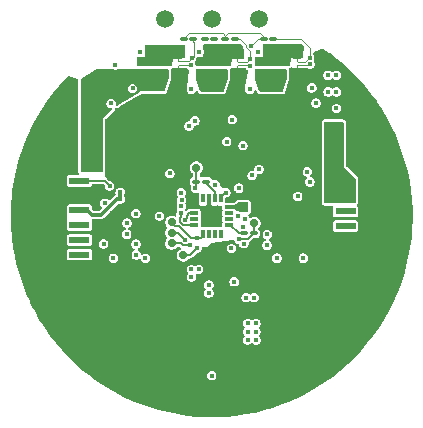
<source format=gbr>
%TF.GenerationSoftware,KiCad,Pcbnew,9.0.3*%
%TF.CreationDate,2025-09-12T00:22:28+02:00*%
%TF.ProjectId,FOC_CONTROLLER_V1,464f435f-434f-44e5-9452-4f4c4c45525f,rev?*%
%TF.SameCoordinates,Original*%
%TF.FileFunction,Copper,L8,Bot*%
%TF.FilePolarity,Positive*%
%FSLAX46Y46*%
G04 Gerber Fmt 4.6, Leading zero omitted, Abs format (unit mm)*
G04 Created by KiCad (PCBNEW 9.0.3) date 2025-09-12 00:22:28*
%MOMM*%
%LPD*%
G01*
G04 APERTURE LIST*
G04 Aperture macros list*
%AMRoundRect*
0 Rectangle with rounded corners*
0 $1 Rounding radius*
0 $2 $3 $4 $5 $6 $7 $8 $9 X,Y pos of 4 corners*
0 Add a 4 corners polygon primitive as box body*
4,1,4,$2,$3,$4,$5,$6,$7,$8,$9,$2,$3,0*
0 Add four circle primitives for the rounded corners*
1,1,$1+$1,$2,$3*
1,1,$1+$1,$4,$5*
1,1,$1+$1,$6,$7*
1,1,$1+$1,$8,$9*
0 Add four rect primitives between the rounded corners*
20,1,$1+$1,$2,$3,$4,$5,0*
20,1,$1+$1,$4,$5,$6,$7,0*
20,1,$1+$1,$6,$7,$8,$9,0*
20,1,$1+$1,$8,$9,$2,$3,0*%
G04 Aperture macros list end*
%TA.AperFunction,SMDPad,CuDef*%
%ADD10R,2.700000X1.000000*%
%TD*%
%TA.AperFunction,SMDPad,CuDef*%
%ADD11R,1.700000X0.600000*%
%TD*%
%TA.AperFunction,ComponentPad*%
%ADD12C,0.700000*%
%TD*%
%TA.AperFunction,ComponentPad*%
%ADD13C,4.400000*%
%TD*%
%TA.AperFunction,ComponentPad*%
%ADD14C,1.500000*%
%TD*%
%TA.AperFunction,SMDPad,CuDef*%
%ADD15RoundRect,0.225000X0.250000X-0.225000X0.250000X0.225000X-0.250000X0.225000X-0.250000X-0.225000X0*%
%TD*%
%TA.AperFunction,SMDPad,CuDef*%
%ADD16RoundRect,0.100000X0.217500X0.100000X-0.217500X0.100000X-0.217500X-0.100000X0.217500X-0.100000X0*%
%TD*%
%TA.AperFunction,SMDPad,CuDef*%
%ADD17RoundRect,0.200000X-0.275000X0.200000X-0.275000X-0.200000X0.275000X-0.200000X0.275000X0.200000X0*%
%TD*%
%TA.AperFunction,SMDPad,CuDef*%
%ADD18R,0.120000X0.500000*%
%TD*%
%TA.AperFunction,SMDPad,CuDef*%
%ADD19C,0.700000*%
%TD*%
%TA.AperFunction,SMDPad,CuDef*%
%ADD20RoundRect,0.100000X-0.217500X-0.100000X0.217500X-0.100000X0.217500X0.100000X-0.217500X0.100000X0*%
%TD*%
%TA.AperFunction,SMDPad,CuDef*%
%ADD21R,0.300000X0.800000*%
%TD*%
%TA.AperFunction,SMDPad,CuDef*%
%ADD22R,0.800000X0.300000*%
%TD*%
%TA.AperFunction,SMDPad,CuDef*%
%ADD23R,1.800000X1.800000*%
%TD*%
%TA.AperFunction,SMDPad,CuDef*%
%ADD24RoundRect,0.140000X0.170000X-0.140000X0.170000X0.140000X-0.170000X0.140000X-0.170000X-0.140000X0*%
%TD*%
%TA.AperFunction,ViaPad*%
%ADD25C,0.400000*%
%TD*%
%TA.AperFunction,Conductor*%
%ADD26C,0.300000*%
%TD*%
%TA.AperFunction,Conductor*%
%ADD27C,0.160000*%
%TD*%
%TA.AperFunction,Conductor*%
%ADD28C,0.200000*%
%TD*%
%TA.AperFunction,Conductor*%
%ADD29C,0.120000*%
%TD*%
G04 APERTURE END LIST*
D10*
%TO.P,J1,8,8*%
%TO.N,GND*%
X85600000Y-95150000D03*
%TO.P,J1,7,7*%
X85600000Y-105100000D03*
D11*
%TO.P,J1,6,6*%
%TO.N,/BTN*%
X88800000Y-97000000D03*
%TO.P,J1,5,5*%
%TO.N,GND*%
X88800000Y-98250000D03*
%TO.P,J1,4,4*%
%TO.N,+3.3V*%
X88800000Y-99500000D03*
%TO.P,J1,3,3*%
%TO.N,/SWDIO*%
X88800000Y-100750000D03*
%TO.P,J1,2,2*%
%TO.N,/SWCLK*%
X88800000Y-102000000D03*
%TO.P,J1,1,1*%
%TO.N,/NRST*%
X88800000Y-103250000D03*
%TD*%
D12*
%TO.P,TP2,1,1*%
%TO.N,GND*%
X91630000Y-93280000D03*
X92113274Y-92113274D03*
X92113274Y-94446726D03*
X93280000Y-91630000D03*
D13*
X93280000Y-93280000D03*
D12*
X93280000Y-94930000D03*
X94446726Y-92113274D03*
X94446726Y-94446726D03*
X94930000Y-93280000D03*
%TD*%
%TO.P,TP4,1,1*%
%TO.N,GND*%
X91625000Y-106725000D03*
X92108274Y-105558274D03*
X92108274Y-107891726D03*
X93275000Y-105075000D03*
D13*
X93275000Y-106725000D03*
D12*
X93275000Y-108375000D03*
X94441726Y-105558274D03*
X94441726Y-107891726D03*
X94925000Y-106725000D03*
%TD*%
%TO.P,TP1,1,1*%
%TO.N,GND*%
X105075000Y-93275000D03*
X105558274Y-92108274D03*
X105558274Y-94441726D03*
X106725000Y-91625000D03*
D13*
X106725000Y-93275000D03*
D12*
X106725000Y-94925000D03*
X107891726Y-92108274D03*
X107891726Y-94441726D03*
X108375000Y-93275000D03*
%TD*%
D14*
%TO.P,TP6,1,1*%
%TO.N,/OUTV*%
X100000000Y-83300000D03*
%TD*%
D12*
%TO.P,TP3,1,1*%
%TO.N,GND*%
X105066726Y-106716726D03*
X105550000Y-105550000D03*
X105550000Y-107883452D03*
X106716726Y-105066726D03*
D13*
X106716726Y-106716726D03*
D12*
X106716726Y-108366726D03*
X107883452Y-105550000D03*
X107883452Y-107883452D03*
X108366726Y-106716726D03*
%TD*%
D14*
%TO.P,TP7,1,1*%
%TO.N,/OUTW*%
X104000000Y-83300000D03*
%TD*%
%TO.P,TP5,1,1*%
%TO.N,/OUTU*%
X96000000Y-83300000D03*
%TD*%
D15*
%TO.P,C20,1*%
%TO.N,GND*%
X94960000Y-90375000D03*
%TO.P,C20,2*%
%TO.N,VBAT+*%
X94960000Y-88825000D03*
%TD*%
D16*
%TO.P,R41,1*%
%TO.N,+3.3V*%
X100207500Y-85020000D03*
%TO.P,R41,2*%
%TO.N,Net-(IC1-PA5)*%
X99392500Y-85020000D03*
%TD*%
D11*
%TO.P,J2,1,1*%
%TO.N,VBAT+*%
X111323885Y-97086500D03*
%TO.P,J2,2,2*%
X111323885Y-98336500D03*
%TO.P,J2,3,3*%
%TO.N,/UART_RX*%
X111323885Y-99586500D03*
%TO.P,J2,4,4*%
%TO.N,/UART_TX*%
X111323885Y-100836500D03*
%TO.P,J2,5,5*%
%TO.N,GND*%
X111323885Y-102086500D03*
%TO.P,J2,6,6*%
X111323885Y-103336500D03*
D10*
%TO.P,J2,7,7*%
X114523885Y-95236500D03*
%TO.P,J2,8,8*%
X114523885Y-105186500D03*
%TD*%
D17*
%TO.P,R49,1,1*%
%TO.N,Net-(Q2-S2)*%
X102130000Y-86290000D03*
D18*
%TO.P,R49,2,2*%
%TO.N,/SHUNT+V*%
X102130000Y-86540000D03*
%TO.P,R49,3,3*%
%TO.N,/SHUNT-V*%
X102130000Y-87640000D03*
D17*
%TO.P,R49,4,4*%
%TO.N,GND*%
X102130000Y-87890000D03*
%TD*%
D19*
%TO.P,TP8,1,1*%
%TO.N,/OP2O*%
X97600000Y-103300000D03*
%TD*%
D20*
%TO.P,R39,1*%
%TO.N,Net-(IC2-MGH)*%
X102722500Y-101460000D03*
%TO.P,R39,2*%
%TO.N,/MGH*%
X103537500Y-101460000D03*
%TD*%
D16*
%TO.P,R45,1*%
%TO.N,/SHUNT+W*%
X105197500Y-85010000D03*
%TO.P,R45,2*%
%TO.N,/SHUNT+AFTER*%
X104382500Y-85010000D03*
%TD*%
D19*
%TO.P,TP10,1,1*%
%TO.N,/OP2P*%
X96600000Y-101400000D03*
%TD*%
D15*
%TO.P,C17,1*%
%TO.N,GND*%
X105010000Y-90375000D03*
%TO.P,C17,2*%
%TO.N,VBAT+*%
X105010000Y-88825000D03*
%TD*%
D16*
%TO.P,R43,1*%
%TO.N,/SHUNT+U*%
X98437500Y-85030000D03*
%TO.P,R43,2*%
%TO.N,/SHUNT+AFTER*%
X97622500Y-85030000D03*
%TD*%
D19*
%TO.P,TP15,1,1*%
%TO.N,GND*%
X96600000Y-103300000D03*
%TD*%
D20*
%TO.P,R38,1*%
%TO.N,/MGL*%
X98682500Y-97070000D03*
%TO.P,R38,2*%
%TO.N,Net-(IC2-MGL)*%
X99497500Y-97070000D03*
%TD*%
D19*
%TO.P,TP12,1,1*%
%TO.N,/MGH*%
X103600000Y-100600000D03*
%TD*%
%TO.P,TP9,1,1*%
%TO.N,/OP2N*%
X96600000Y-102300000D03*
%TD*%
D21*
%TO.P,IC2,1,V*%
%TO.N,unconnected-(IC2-V-Pad1)*%
X100750000Y-101500000D03*
%TO.P,IC2,2,A*%
%TO.N,unconnected-(IC2-A-Pad2)*%
X100250000Y-101500000D03*
%TO.P,IC2,3,Z*%
%TO.N,unconnected-(IC2-Z-Pad3)*%
X99750000Y-101500000D03*
%TO.P,IC2,4,MOSI*%
%TO.N,/SPI2_MOSI*%
X99250000Y-101500000D03*
D22*
%TO.P,IC2,5,CS*%
%TO.N,/SPI2_CS*%
X98500000Y-100750000D03*
%TO.P,IC2,6,B*%
%TO.N,unconnected-(IC2-B-Pad6)*%
X98500000Y-100250000D03*
%TO.P,IC2,7,MISO*%
%TO.N,/SPI2_MISO*%
X98500000Y-99750000D03*
%TO.P,IC2,8,GND*%
%TO.N,GND*%
X98500000Y-99250000D03*
D21*
%TO.P,IC2,9,W*%
%TO.N,unconnected-(IC2-W-Pad9)*%
X99250000Y-98500000D03*
%TO.P,IC2,10,TEST*%
%TO.N,GND*%
X99750000Y-98500000D03*
%TO.P,IC2,11,MGL*%
%TO.N,Net-(IC2-MGL)*%
X100250000Y-98500000D03*
%TO.P,IC2,12,SCLK*%
%TO.N,Net-(IC2-SCLK)*%
X100750000Y-98500000D03*
D22*
%TO.P,IC2,13,VDD*%
%TO.N,+3.3V*%
X101500000Y-99250000D03*
%TO.P,IC2,14,N/C*%
%TO.N,unconnected-(IC2-N{slash}C-Pad14)*%
X101500000Y-99750000D03*
%TO.P,IC2,15,U*%
%TO.N,unconnected-(IC2-U-Pad15)*%
X101500000Y-100250000D03*
%TO.P,IC2,16,MGH*%
%TO.N,Net-(IC2-MGH)*%
X101500000Y-100750000D03*
D23*
%TO.P,IC2,17,EP*%
%TO.N,GND*%
X100000000Y-100000000D03*
%TD*%
D17*
%TO.P,R50,1,1*%
%TO.N,Net-(Q3-S2)*%
X107180000Y-86260000D03*
D18*
%TO.P,R50,2,2*%
%TO.N,/SHUNT+W*%
X107180000Y-86510000D03*
%TO.P,R50,3,3*%
%TO.N,/SHUNT-W*%
X107180000Y-87610000D03*
D17*
%TO.P,R50,4,4*%
%TO.N,GND*%
X107180000Y-87860000D03*
%TD*%
D16*
%TO.P,R44,1*%
%TO.N,/SHUNT+V*%
X101977500Y-85010000D03*
%TO.P,R44,2*%
%TO.N,/SHUNT+AFTER*%
X101162500Y-85010000D03*
%TD*%
D19*
%TO.P,TP13,1,1*%
%TO.N,/SPI2_MOSI*%
X96600000Y-100500000D03*
%TD*%
%TO.P,TP11,1,1*%
%TO.N,/MGL*%
X98700000Y-95900000D03*
%TD*%
D24*
%TO.P,C22,1*%
%TO.N,+3.3V*%
X102630000Y-99240000D03*
%TO.P,C22,2*%
%TO.N,GND*%
X102630000Y-98280000D03*
%TD*%
D17*
%TO.P,R48,1,1*%
%TO.N,Net-(Q1-S2)*%
X97170000Y-86250000D03*
D18*
%TO.P,R48,2,2*%
%TO.N,/SHUNT+U*%
X97170000Y-86500000D03*
%TO.P,R48,3,3*%
%TO.N,/SHUNT-U*%
X97170000Y-87600000D03*
D17*
%TO.P,R48,4,4*%
%TO.N,GND*%
X97170000Y-87850000D03*
%TD*%
D15*
%TO.P,C13,1*%
%TO.N,GND*%
X100020000Y-90375000D03*
%TO.P,C13,2*%
%TO.N,VBAT+*%
X100020000Y-88825000D03*
%TD*%
D25*
%TO.N,GND*%
X87700000Y-92270000D03*
X87700000Y-94230000D03*
X87700000Y-98150000D03*
%TO.N,+3.3V*%
X98280000Y-104500000D03*
X100207500Y-85020000D03*
X103600000Y-106900000D03*
X103050000Y-110475000D03*
X98280000Y-105150000D03*
X103750000Y-110475000D03*
X101900000Y-105550000D03*
X108090000Y-96230000D03*
X102418225Y-99153663D03*
X92240000Y-97980000D03*
X103750000Y-109075000D03*
X103050000Y-109775000D03*
X101770000Y-99260000D03*
X98890000Y-104500000D03*
X103050000Y-109075000D03*
X95570000Y-99989232D03*
X92240000Y-98530003D03*
X102900000Y-106900000D03*
X104002500Y-96032500D03*
X103750000Y-109775000D03*
%TO.N,GND*%
X104300000Y-104700000D03*
X84121790Y-99167858D03*
X100000000Y-100700000D03*
X84878201Y-95086630D03*
X106800000Y-101100000D03*
X102630000Y-98280000D03*
X86665138Y-91340239D03*
X104913370Y-115121799D03*
X97512692Y-115704245D03*
X106467113Y-114525373D03*
X89360823Y-111816003D03*
X101662003Y-115812898D03*
X114167004Y-107218449D03*
X111242998Y-111242998D03*
X94301950Y-114843929D03*
X96400000Y-110500000D03*
X105900000Y-99000000D03*
X86230196Y-107950000D03*
X96694204Y-115552547D03*
X107800000Y-100000000D03*
X115358221Y-95884777D03*
X84641779Y-104115223D03*
X112356621Y-110006194D03*
X113334862Y-108659761D03*
X93000000Y-102200000D03*
X98170000Y-98260000D03*
X102487308Y-115704245D03*
X99300000Y-99300000D03*
X95884777Y-115358221D03*
X99167858Y-115878210D03*
X100700000Y-100000000D03*
X111300000Y-102100000D03*
X103934287Y-99755057D03*
X98700000Y-108100000D03*
X86665138Y-108659761D03*
X84100000Y-100000000D03*
X114167004Y-92781551D03*
X84447453Y-96694204D03*
X97900000Y-89900000D03*
X115812898Y-98337997D03*
X115878210Y-100832142D03*
X114843929Y-105698050D03*
X94270000Y-99792500D03*
X107970000Y-97680000D03*
X98337997Y-115812898D03*
X91430000Y-98230000D03*
X105698050Y-114843929D03*
X85832996Y-92781551D03*
X109345786Y-112863370D03*
X96400000Y-108100000D03*
X84121790Y-100832142D03*
X89993806Y-112356621D03*
X103305796Y-115552547D03*
X113334862Y-91340239D03*
X98700000Y-89900000D03*
X110006194Y-112356621D03*
X115552547Y-103305796D03*
X115121799Y-95086630D03*
X112200000Y-102100000D03*
X112863370Y-109345786D03*
X99300000Y-100700000D03*
X99300000Y-100000000D03*
X95230000Y-96560000D03*
X110400000Y-103350000D03*
X93532887Y-114525373D03*
X91300000Y-95900000D03*
X115358221Y-104115223D03*
X85156071Y-105698050D03*
X100000000Y-115900000D03*
X90110000Y-99430000D03*
X87643379Y-110006194D03*
X104115223Y-115358221D03*
X96420000Y-109750000D03*
X88183997Y-89360823D03*
X115704245Y-97512692D03*
X84447453Y-103305796D03*
X115812898Y-101662003D03*
X84641779Y-95884777D03*
X96630000Y-103490000D03*
X96400000Y-109000000D03*
X100700000Y-99300000D03*
X111300000Y-103350000D03*
X91540000Y-99770000D03*
X101900000Y-104717500D03*
X100832142Y-115878210D03*
X88183997Y-110639177D03*
X100000000Y-99300000D03*
X84295755Y-102487308D03*
X88757002Y-111242998D03*
X103400000Y-103300000D03*
X111816003Y-110639177D03*
X91340239Y-113334862D03*
X100407500Y-114100000D03*
X84187102Y-98337997D03*
X92050000Y-113769804D03*
X100010000Y-102530000D03*
X115704245Y-102487308D03*
X85832996Y-107218449D03*
X96000000Y-103500000D03*
X85474627Y-106467113D03*
X113769804Y-107950000D03*
X103400000Y-95900000D03*
X87136630Y-109345786D03*
X101860000Y-98050000D03*
X113769804Y-92050000D03*
X110400000Y-102100000D03*
X114525373Y-93532887D03*
X98100000Y-109800000D03*
X84878201Y-104913370D03*
X97580000Y-97400000D03*
X85474627Y-93532887D03*
X114843929Y-94301950D03*
X115121799Y-104913370D03*
X86230196Y-92050000D03*
X90080000Y-100620000D03*
X107218449Y-114167004D03*
X100700000Y-100700000D03*
X115878210Y-99167858D03*
X109500000Y-100200000D03*
X90150000Y-101910000D03*
X97550000Y-108050000D03*
X100000000Y-100000000D03*
X110639177Y-111816003D03*
X115900000Y-100000000D03*
X92960000Y-96780000D03*
X95086630Y-115121799D03*
X107950000Y-113769804D03*
X101000000Y-102600000D03*
X103000000Y-89800000D03*
X85156071Y-94301950D03*
X84187102Y-101662003D03*
X87643379Y-89993806D03*
X108659761Y-113334862D03*
X109500000Y-101400000D03*
X84295755Y-97512692D03*
X115552547Y-96694204D03*
X112200000Y-103350000D03*
X95800000Y-104800000D03*
X87136630Y-90654214D03*
X96500000Y-106100000D03*
X101590000Y-97350000D03*
X92781551Y-114167004D03*
X90654214Y-112863370D03*
X101870000Y-98600000D03*
X114525373Y-106467113D03*
%TO.N,/NRST*%
X88800000Y-103250000D03*
X107750000Y-103550000D03*
%TO.N,VBAT+*%
X110300000Y-95260000D03*
X99750000Y-106500000D03*
X103938000Y-87975000D03*
X89190000Y-88580000D03*
X100338000Y-87975000D03*
X110300000Y-97060000D03*
X93938000Y-87975000D03*
X111000000Y-96460000D03*
X111000000Y-94060000D03*
X89190000Y-95580000D03*
X110300000Y-97660000D03*
X111000000Y-93460000D03*
X89890000Y-91380000D03*
X111000000Y-94660000D03*
X110300000Y-94660000D03*
X111000000Y-92260000D03*
X89190000Y-89980000D03*
X89890000Y-89980000D03*
X94638000Y-87975000D03*
X89890000Y-92780000D03*
X110300000Y-94060000D03*
X109860000Y-89470000D03*
X110560000Y-88070000D03*
X101038000Y-87975000D03*
X111000000Y-92860000D03*
X111000000Y-97660000D03*
X110300000Y-96460000D03*
X104638000Y-87975000D03*
X89890000Y-94180000D03*
X110560000Y-89470000D03*
X110560000Y-90870000D03*
X89890000Y-95580000D03*
X110300000Y-92260000D03*
X98938000Y-87975000D03*
X110300000Y-93460000D03*
X105338000Y-87975000D03*
X89190000Y-91380000D03*
X110300000Y-95860000D03*
X109860000Y-88070000D03*
X111000000Y-97060000D03*
X106038000Y-87975000D03*
X95338000Y-87975000D03*
X111000000Y-95860000D03*
X110300000Y-92860000D03*
X89190000Y-92780000D03*
X96038000Y-87975000D03*
X111000000Y-95260000D03*
X99638000Y-87975000D03*
X89190000Y-94180000D03*
X89890000Y-88580000D03*
X99750000Y-105820000D03*
%TO.N,/ISNSU*%
X102250000Y-99979222D03*
X91672500Y-103550000D03*
%TO.N,/OP2O*%
X98750000Y-102700000D03*
X93610000Y-103270000D03*
%TO.N,/OP2N*%
X92800000Y-101530000D03*
X98200000Y-102430000D03*
%TO.N,/ISNSV*%
X94390000Y-103560000D03*
X102800000Y-100250000D03*
%TO.N,/BTN*%
X97420000Y-98030000D03*
X91350000Y-97427500D03*
%TO.N,Net-(IC1-PA5)*%
X104700000Y-101550000D03*
X99392500Y-85020000D03*
%TO.N,/SHUNT+AFTER*%
X103400000Y-96550000D03*
X103340000Y-85550000D03*
%TO.N,/LSU*%
X96450000Y-96380000D03*
X91480000Y-90457500D03*
%TO.N,/HSW*%
X102284266Y-97625734D03*
X108830000Y-90425000D03*
%TO.N,/LSW*%
X102650000Y-94030000D03*
X100286889Y-97324999D03*
%TO.N,/SPI2_CS*%
X97390000Y-99770000D03*
%TO.N,/OP2P*%
X97750000Y-102010000D03*
X92830000Y-100580000D03*
%TO.N,/SPI2_MOSI*%
X98780000Y-101870000D03*
%TO.N,/UART_TX*%
X102711830Y-102330000D03*
X111323885Y-100836500D03*
%TO.N,/SWCLK*%
X97419527Y-99152966D03*
X88800000Y-102000000D03*
%TO.N,Net-(D8-A)*%
X101664482Y-102724915D03*
X100000000Y-113500000D03*
%TO.N,/MGL*%
X102675141Y-100910002D03*
X98620000Y-97640000D03*
%TO.N,/UART_RX*%
X111323885Y-99586500D03*
X104670000Y-102460000D03*
%TO.N,/SWDIO*%
X97444761Y-98603543D03*
X88800000Y-100750000D03*
%TO.N,/SPI2_MISO*%
X97710000Y-100320000D03*
%TO.N,/MGH*%
X102301875Y-101963340D03*
%TO.N,Net-(IC2-SCLK)*%
X105505000Y-103550000D03*
X101200000Y-98000000D03*
%TO.N,/SHUNT+U*%
X90930000Y-98890000D03*
X98300000Y-86650000D03*
%TO.N,Net-(Q1-G2)*%
X91830000Y-87200000D03*
X93950000Y-86075000D03*
%TO.N,Net-(Q1-G1)*%
X93290000Y-89190000D03*
X98075000Y-92367500D03*
%TO.N,/SHUNT+V*%
X93570000Y-99782500D03*
X103250000Y-86710000D03*
%TO.N,Net-(Q2-G2)*%
X98567326Y-91927624D03*
X98950000Y-86075000D03*
%TO.N,Net-(Q2-G1)*%
X98270000Y-89260000D03*
X101270000Y-93680000D03*
%TO.N,/SHUNT+W*%
X108310000Y-97090000D03*
X108297464Y-86595515D03*
%TO.N,Net-(Q3-G2)*%
X103950000Y-86075000D03*
X101736608Y-91819688D03*
%TO.N,Net-(Q3-G1)*%
X103220000Y-89260000D03*
X108475000Y-89140000D03*
%TO.N,Net-(Q1-S2)*%
X95275000Y-86075000D03*
X94575000Y-86075000D03*
X95975000Y-86075000D03*
%TO.N,Net-(Q2-S2)*%
X99575000Y-86075000D03*
X100275000Y-86075000D03*
X100975000Y-86075000D03*
%TO.N,Net-(Q3-S2)*%
X105975000Y-86075000D03*
X105275000Y-86075000D03*
X104575000Y-86075000D03*
%TO.N,/SHUNT-W*%
X108320000Y-87120000D03*
X107280000Y-98320000D03*
%TO.N,/SHUNT-U*%
X90840000Y-102345000D03*
X98220000Y-87230000D03*
%TO.N,/SHUNT-V*%
X103260000Y-87270000D03*
X93580000Y-102367500D03*
%TD*%
D26*
%TO.N,+3.3V*%
X90644000Y-99881000D02*
X91994997Y-98530003D01*
X89850000Y-99881000D02*
X90644000Y-99881000D01*
X91994997Y-98530003D02*
X92240000Y-98530003D01*
X89469000Y-99500000D02*
X89850000Y-99881000D01*
X88800000Y-99500000D02*
X89469000Y-99500000D01*
X92240000Y-97980000D02*
X92240000Y-98530003D01*
D27*
%TO.N,/BTN*%
X90922500Y-97000000D02*
X91350000Y-97427500D01*
X88800000Y-97000000D02*
X90922500Y-97000000D01*
%TO.N,/OP2O*%
X98150000Y-103300000D02*
X97600000Y-103300000D01*
X98750000Y-102700000D02*
X98150000Y-103300000D01*
D28*
%TO.N,/OP2N*%
X97530000Y-102430000D02*
X97400000Y-102300000D01*
X97400000Y-102300000D02*
X96600000Y-102300000D01*
X98200000Y-102430000D02*
X97530000Y-102430000D01*
D29*
%TO.N,/SHUNT+AFTER*%
X100925000Y-84480000D02*
X98090000Y-84480000D01*
X98090000Y-84480000D02*
X97622500Y-84947500D01*
X104362500Y-84990000D02*
X104362500Y-84722500D01*
X101162500Y-84717500D02*
X101162500Y-85010000D01*
X104382500Y-85010000D02*
X104372500Y-85000000D01*
X97622500Y-84947500D02*
X97622500Y-85030000D01*
X101162500Y-84717500D02*
X100925000Y-84480000D01*
X104120000Y-84480000D02*
X101400000Y-84480000D01*
X103890000Y-85000000D02*
X103340000Y-85550000D01*
X101400000Y-84480000D02*
X101162500Y-84717500D01*
X104382500Y-85010000D02*
X104362500Y-84990000D01*
X104372500Y-85000000D02*
X103890000Y-85000000D01*
X104362500Y-84722500D02*
X104120000Y-84480000D01*
D27*
%TO.N,/SPI2_CS*%
X97888527Y-100751000D02*
X97889527Y-100750000D01*
X97279000Y-100141473D02*
X97279000Y-100498527D01*
X97279000Y-100498527D02*
X97531473Y-100751000D01*
X97390000Y-99770000D02*
X97390000Y-100030473D01*
X97889527Y-100750000D02*
X98500000Y-100750000D01*
X97531473Y-100751000D02*
X97888527Y-100751000D01*
X97390000Y-100030473D02*
X97279000Y-100141473D01*
D28*
%TO.N,/OP2P*%
X97710000Y-102010000D02*
X97100000Y-101400000D01*
X97750000Y-102010000D02*
X97710000Y-102010000D01*
X97100000Y-101400000D02*
X96600000Y-101400000D01*
D27*
%TO.N,/SPI2_MOSI*%
X98270000Y-101870000D02*
X97200000Y-100800000D01*
X99120000Y-101870000D02*
X99250000Y-101740000D01*
X98780000Y-101870000D02*
X98270000Y-101870000D01*
X99250000Y-101740000D02*
X99250000Y-101500000D01*
X98780000Y-101870000D02*
X99120000Y-101870000D01*
X97200000Y-100800000D02*
X96900000Y-100800000D01*
X96900000Y-100800000D02*
X96600000Y-100500000D01*
%TO.N,/UART_TX*%
X102746896Y-102294934D02*
X102746896Y-102376896D01*
%TO.N,/SWCLK*%
X97419527Y-99152966D02*
X97384657Y-99152966D01*
%TO.N,/MGL*%
X98682500Y-97070000D02*
X98682500Y-97577500D01*
X98682500Y-95917500D02*
X98700000Y-95900000D01*
X98682500Y-97577500D02*
X98620000Y-97640000D01*
X102675141Y-100910002D02*
X102749525Y-100910002D01*
X98682500Y-97070000D02*
X98682500Y-95917500D01*
%TO.N,/SPI2_MISO*%
X98070000Y-99750000D02*
X98500000Y-99750000D01*
X97869000Y-100161000D02*
X97869000Y-99951000D01*
X97869000Y-99951000D02*
X98070000Y-99750000D01*
X97710000Y-100320000D02*
X97869000Y-100161000D01*
%TO.N,/MGH*%
X102301875Y-101958125D02*
X102361000Y-101899000D01*
X103098500Y-101899000D02*
X103537500Y-101460000D01*
X103537500Y-101460000D02*
X103537500Y-100662500D01*
X103537500Y-100662500D02*
X103600000Y-100600000D01*
X102301875Y-101963340D02*
X102301875Y-101958125D01*
X102361000Y-101899000D02*
X103098500Y-101899000D01*
%TO.N,Net-(IC2-SCLK)*%
X100750000Y-98370000D02*
X100750000Y-98500000D01*
X101120000Y-98000000D02*
X100750000Y-98370000D01*
X101200000Y-98000000D02*
X101120000Y-98000000D01*
D29*
%TO.N,/SHUNT+U*%
X97230000Y-86900000D02*
X98050000Y-86900000D01*
X97170000Y-86840000D02*
X97230000Y-86900000D01*
X98437500Y-85240000D02*
X98437500Y-85030000D01*
X97170000Y-86500000D02*
X97170000Y-86840000D01*
X98300000Y-86650000D02*
X98337998Y-86687998D01*
X98300000Y-86650000D02*
X98455000Y-86495000D01*
X98455000Y-86495000D02*
X98455000Y-85257500D01*
X98455000Y-85257500D02*
X98437500Y-85240000D01*
X98050000Y-86900000D02*
X98300000Y-86650000D01*
%TO.N,/SHUNT+V*%
X103000000Y-86950000D02*
X102230000Y-86950000D01*
X102910000Y-85510000D02*
X102410000Y-85010000D01*
X102410000Y-85010000D02*
X101977500Y-85010000D01*
X103240000Y-86710000D02*
X103000000Y-86950000D01*
X102130000Y-86850000D02*
X102130000Y-86540000D01*
X102910000Y-85710000D02*
X102910000Y-85510000D01*
X103250000Y-86710000D02*
X103240000Y-86710000D01*
X102230000Y-86950000D02*
X102130000Y-86850000D01*
X103250000Y-86050000D02*
X102910000Y-85710000D01*
X103250000Y-86710000D02*
X103250000Y-86050000D01*
%TO.N,/SHUNT+W*%
X105207500Y-85000000D02*
X105197500Y-85010000D01*
X108254485Y-86595515D02*
X108297464Y-86595515D01*
X108297464Y-85727464D02*
X107570000Y-85000000D01*
X107570000Y-85000000D02*
X105207500Y-85000000D01*
X107910000Y-86940000D02*
X108254485Y-86595515D01*
X107180000Y-86830000D02*
X107290000Y-86940000D01*
X107290000Y-86940000D02*
X107910000Y-86940000D01*
X107180000Y-86510000D02*
X107180000Y-86830000D01*
X108297464Y-86595515D02*
X108297464Y-85727464D01*
D27*
%TO.N,Net-(IC2-MGH)*%
X102722500Y-101460000D02*
X102280000Y-101460000D01*
X101570000Y-100750000D02*
X101500000Y-100750000D01*
X102280000Y-101460000D02*
X101570000Y-100750000D01*
%TO.N,Net-(IC2-MGL)*%
X100250000Y-98500000D02*
X100250000Y-97970000D01*
X99497500Y-97217500D02*
X99497500Y-97070000D01*
X100250000Y-97970000D02*
X99497500Y-97217500D01*
D29*
%TO.N,/SHUNT-W*%
X107240000Y-87180000D02*
X108260000Y-87180000D01*
X108260000Y-87180000D02*
X108320000Y-87120000D01*
X107180000Y-87610000D02*
X107180000Y-87240000D01*
X107180000Y-87240000D02*
X107240000Y-87180000D01*
%TO.N,/SHUNT-U*%
X98220000Y-87230000D02*
X98170000Y-87180000D01*
X97240000Y-87180000D02*
X97170000Y-87250000D01*
X98170000Y-87180000D02*
X97240000Y-87180000D01*
X97170000Y-87250000D02*
X97170000Y-87600000D01*
%TO.N,/SHUNT-V*%
X102130000Y-87280000D02*
X102190000Y-87220000D01*
X102130000Y-87640000D02*
X102130000Y-87280000D01*
X103210000Y-87220000D02*
X103260000Y-87270000D01*
X102190000Y-87220000D02*
X103210000Y-87220000D01*
%TD*%
%TA.AperFunction,Conductor*%
%TO.N,GND*%
G36*
X109390309Y-85812097D02*
G01*
X109884986Y-86152993D01*
X109986238Y-86222768D01*
X109990070Y-86225546D01*
X110406268Y-86542789D01*
X110634475Y-86716738D01*
X110638176Y-86719702D01*
X111258316Y-87241183D01*
X111261851Y-87244303D01*
X111695414Y-87645859D01*
X111856301Y-87794869D01*
X111859701Y-87798172D01*
X111939726Y-87879748D01*
X112427126Y-88376591D01*
X112430364Y-88380055D01*
X112969398Y-88984929D01*
X112972467Y-88988543D01*
X113481969Y-89618594D01*
X113484857Y-89622345D01*
X113959464Y-90270413D01*
X113963578Y-90276031D01*
X113966284Y-90279917D01*
X113986980Y-90311219D01*
X114413164Y-90955788D01*
X114415684Y-90959805D01*
X114829694Y-91656305D01*
X114832018Y-91660438D01*
X115212191Y-92375937D01*
X115214315Y-92380176D01*
X115559795Y-93113066D01*
X115561714Y-93117402D01*
X115871716Y-93866020D01*
X115873424Y-93870443D01*
X116147214Y-94633014D01*
X116148709Y-94637514D01*
X116385674Y-95412325D01*
X116386952Y-95416891D01*
X116586547Y-96202168D01*
X116587605Y-96206791D01*
X116749371Y-97000726D01*
X116750206Y-97005393D01*
X116873770Y-97806151D01*
X116874381Y-97810854D01*
X116959461Y-98616622D01*
X116959846Y-98621347D01*
X117006248Y-99430266D01*
X117006406Y-99435005D01*
X117014022Y-100245210D01*
X117013953Y-100249952D01*
X116982766Y-101059596D01*
X116982470Y-101064328D01*
X116912552Y-101871543D01*
X116912030Y-101876256D01*
X116803537Y-102679224D01*
X116802789Y-102683906D01*
X116655982Y-103480706D01*
X116655012Y-103485348D01*
X116470209Y-104274259D01*
X116469017Y-104278848D01*
X116246661Y-105057973D01*
X116245251Y-105062500D01*
X115985842Y-105830086D01*
X115984217Y-105834541D01*
X115688343Y-106588852D01*
X115686506Y-106593223D01*
X115354866Y-107332472D01*
X115352822Y-107336751D01*
X114986164Y-108059276D01*
X114983918Y-108063452D01*
X114583071Y-108767616D01*
X114580627Y-108771679D01*
X114146536Y-109455823D01*
X114143900Y-109459765D01*
X113677552Y-110122334D01*
X113674731Y-110126145D01*
X113177174Y-110765648D01*
X113174173Y-110769319D01*
X112646600Y-111384223D01*
X112643428Y-111387747D01*
X112086985Y-111976721D01*
X112083647Y-111980089D01*
X111499643Y-112541741D01*
X111496147Y-112544945D01*
X110885944Y-113077969D01*
X110882300Y-113081002D01*
X110247249Y-113584217D01*
X110243463Y-113587072D01*
X109585054Y-114059297D01*
X109581136Y-114061967D01*
X108900876Y-114502120D01*
X108896834Y-114504600D01*
X108196267Y-114911683D01*
X108192111Y-114913966D01*
X107472880Y-115287025D01*
X107468620Y-115289107D01*
X106732340Y-115627304D01*
X106727985Y-115629180D01*
X105976346Y-115931741D01*
X105971906Y-115933406D01*
X105206641Y-116199628D01*
X105202127Y-116201078D01*
X104424991Y-116430354D01*
X104420412Y-116431586D01*
X103633214Y-116623382D01*
X103628582Y-116624394D01*
X102833082Y-116778281D01*
X102828406Y-116779070D01*
X102026452Y-116894690D01*
X102021744Y-116895254D01*
X101215177Y-116972343D01*
X101210447Y-116972681D01*
X100401111Y-117011060D01*
X100396371Y-117011171D01*
X99586130Y-117010755D01*
X99581390Y-117010639D01*
X98772091Y-116971426D01*
X98767362Y-116971083D01*
X97960877Y-116893165D01*
X97956169Y-116892596D01*
X97154352Y-116776154D01*
X97149677Y-116775361D01*
X96354317Y-116620652D01*
X96349686Y-116619635D01*
X95562684Y-116427030D01*
X95558106Y-116425793D01*
X94781202Y-116195717D01*
X94776699Y-116194265D01*
X94423313Y-116070920D01*
X94011723Y-115927260D01*
X94007285Y-115925591D01*
X93255950Y-115622256D01*
X93251597Y-115620376D01*
X92515665Y-115281420D01*
X92511407Y-115279334D01*
X91792534Y-114905523D01*
X91788381Y-114903235D01*
X91088244Y-114495437D01*
X91084210Y-114492956D01*
X90404390Y-114052094D01*
X90400475Y-114049419D01*
X89742577Y-113576537D01*
X89738794Y-113573679D01*
X89579608Y-113447273D01*
X99599500Y-113447273D01*
X99599500Y-113552727D01*
X99608703Y-113587072D01*
X99626794Y-113654589D01*
X99626794Y-113654590D01*
X99679518Y-113745910D01*
X99679520Y-113745913D01*
X99754087Y-113820480D01*
X99845413Y-113873207D01*
X99947273Y-113900500D01*
X99947275Y-113900500D01*
X100052725Y-113900500D01*
X100052727Y-113900500D01*
X100154587Y-113873207D01*
X100245913Y-113820480D01*
X100320480Y-113745913D01*
X100373207Y-113654587D01*
X100400500Y-113552727D01*
X100400500Y-113447273D01*
X100373207Y-113345413D01*
X100320480Y-113254087D01*
X100245913Y-113179520D01*
X100154587Y-113126793D01*
X100052727Y-113099500D01*
X99947273Y-113099500D01*
X99845413Y-113126793D01*
X99845412Y-113126793D01*
X99845410Y-113126794D01*
X99845409Y-113126794D01*
X99754089Y-113179518D01*
X99679518Y-113254089D01*
X99626794Y-113345409D01*
X99626794Y-113345410D01*
X99626793Y-113345412D01*
X99626793Y-113345413D01*
X99599500Y-113447273D01*
X89579608Y-113447273D01*
X89104248Y-113069801D01*
X89100628Y-113066782D01*
X88684555Y-112702580D01*
X88490942Y-112533103D01*
X88487450Y-112529895D01*
X87904046Y-111967663D01*
X87900711Y-111964292D01*
X87357131Y-111387747D01*
X87344863Y-111374734D01*
X87341717Y-111371233D01*
X86814747Y-110755751D01*
X86811751Y-110752076D01*
X86314860Y-110112073D01*
X86312042Y-110108259D01*
X85846372Y-109445205D01*
X85843741Y-109441261D01*
X85607911Y-109068738D01*
X85578496Y-109022273D01*
X102649500Y-109022273D01*
X102649500Y-109127727D01*
X102676793Y-109229587D01*
X102676794Y-109229589D01*
X102676794Y-109229590D01*
X102729518Y-109320910D01*
X102729520Y-109320913D01*
X102763605Y-109354998D01*
X102791381Y-109409513D01*
X102781810Y-109469945D01*
X102763606Y-109495000D01*
X102729520Y-109529087D01*
X102729518Y-109529089D01*
X102676794Y-109620409D01*
X102676794Y-109620410D01*
X102676793Y-109620412D01*
X102676793Y-109620413D01*
X102649500Y-109722273D01*
X102649500Y-109827727D01*
X102676793Y-109929587D01*
X102676794Y-109929589D01*
X102676794Y-109929590D01*
X102729518Y-110020910D01*
X102729520Y-110020913D01*
X102763605Y-110054998D01*
X102791381Y-110109513D01*
X102781810Y-110169945D01*
X102763606Y-110195000D01*
X102729520Y-110229087D01*
X102729518Y-110229089D01*
X102676794Y-110320409D01*
X102676794Y-110320410D01*
X102676793Y-110320412D01*
X102676793Y-110320413D01*
X102649500Y-110422273D01*
X102649500Y-110527727D01*
X102676793Y-110629587D01*
X102676794Y-110629589D01*
X102676794Y-110629590D01*
X102729518Y-110720910D01*
X102729520Y-110720913D01*
X102804087Y-110795480D01*
X102895413Y-110848207D01*
X102997273Y-110875500D01*
X102997275Y-110875500D01*
X103102725Y-110875500D01*
X103102727Y-110875500D01*
X103204587Y-110848207D01*
X103295913Y-110795480D01*
X103329998Y-110761394D01*
X103384513Y-110733619D01*
X103444945Y-110743190D01*
X103470000Y-110761393D01*
X103504087Y-110795480D01*
X103595413Y-110848207D01*
X103697273Y-110875500D01*
X103697275Y-110875500D01*
X103802725Y-110875500D01*
X103802727Y-110875500D01*
X103904587Y-110848207D01*
X103995913Y-110795480D01*
X104070480Y-110720913D01*
X104123207Y-110629587D01*
X104150500Y-110527727D01*
X104150500Y-110422273D01*
X104123207Y-110320413D01*
X104070480Y-110229087D01*
X104036394Y-110195001D01*
X104008619Y-110140487D01*
X104018190Y-110080055D01*
X104036393Y-110054999D01*
X104070480Y-110020913D01*
X104123207Y-109929587D01*
X104150500Y-109827727D01*
X104150500Y-109722273D01*
X104123207Y-109620413D01*
X104070480Y-109529087D01*
X104036394Y-109495001D01*
X104008619Y-109440487D01*
X104018190Y-109380055D01*
X104036393Y-109354999D01*
X104070480Y-109320913D01*
X104123207Y-109229587D01*
X104150500Y-109127727D01*
X104150500Y-109022273D01*
X104123207Y-108920413D01*
X104070480Y-108829087D01*
X103995913Y-108754520D01*
X103904587Y-108701793D01*
X103802727Y-108674500D01*
X103697273Y-108674500D01*
X103595413Y-108701793D01*
X103595412Y-108701793D01*
X103595410Y-108701794D01*
X103595409Y-108701794D01*
X103504089Y-108754518D01*
X103504087Y-108754519D01*
X103504087Y-108754520D01*
X103470001Y-108788605D01*
X103415487Y-108816381D01*
X103355055Y-108806810D01*
X103329999Y-108788606D01*
X103295913Y-108754520D01*
X103204587Y-108701793D01*
X103102727Y-108674500D01*
X102997273Y-108674500D01*
X102895413Y-108701793D01*
X102895412Y-108701793D01*
X102895410Y-108701794D01*
X102895409Y-108701794D01*
X102804089Y-108754518D01*
X102729518Y-108829089D01*
X102676794Y-108920409D01*
X102676794Y-108920410D01*
X102676793Y-108920412D01*
X102676793Y-108920413D01*
X102649500Y-109022273D01*
X85578496Y-109022273D01*
X85410356Y-108756676D01*
X85407916Y-108752610D01*
X85007799Y-108048044D01*
X85005557Y-108043866D01*
X84814913Y-107667229D01*
X84639641Y-107320960D01*
X84637603Y-107316683D01*
X84594564Y-107220481D01*
X84306714Y-106577071D01*
X84304884Y-106572703D01*
X84297071Y-106552725D01*
X84070987Y-105974590D01*
X84009788Y-105818094D01*
X84008168Y-105813640D01*
X83992551Y-105767273D01*
X99349500Y-105767273D01*
X99349500Y-105872727D01*
X99363026Y-105923207D01*
X99376794Y-105974589D01*
X99376794Y-105974590D01*
X99429518Y-106065910D01*
X99429520Y-106065913D01*
X99453605Y-106089998D01*
X99481381Y-106144513D01*
X99471810Y-106204945D01*
X99453606Y-106230000D01*
X99429520Y-106254087D01*
X99429518Y-106254089D01*
X99376794Y-106345409D01*
X99376794Y-106345410D01*
X99376793Y-106345412D01*
X99376793Y-106345413D01*
X99349500Y-106447273D01*
X99349500Y-106552727D01*
X99359180Y-106588852D01*
X99376794Y-106654589D01*
X99376794Y-106654590D01*
X99429231Y-106745413D01*
X99429520Y-106745913D01*
X99504087Y-106820480D01*
X99595413Y-106873207D01*
X99697273Y-106900500D01*
X99697275Y-106900500D01*
X99802725Y-106900500D01*
X99802727Y-106900500D01*
X99904587Y-106873207D01*
X99949506Y-106847273D01*
X102499500Y-106847273D01*
X102499500Y-106952727D01*
X102526793Y-107054587D01*
X102526794Y-107054589D01*
X102526794Y-107054590D01*
X102579518Y-107145910D01*
X102579520Y-107145913D01*
X102654087Y-107220480D01*
X102745413Y-107273207D01*
X102847273Y-107300500D01*
X102847275Y-107300500D01*
X102952725Y-107300500D01*
X102952727Y-107300500D01*
X103054587Y-107273207D01*
X103145913Y-107220480D01*
X103179998Y-107186394D01*
X103234513Y-107158619D01*
X103294945Y-107168190D01*
X103320000Y-107186393D01*
X103354087Y-107220480D01*
X103445413Y-107273207D01*
X103547273Y-107300500D01*
X103547275Y-107300500D01*
X103652725Y-107300500D01*
X103652727Y-107300500D01*
X103754587Y-107273207D01*
X103845913Y-107220480D01*
X103920480Y-107145913D01*
X103973207Y-107054587D01*
X104000500Y-106952727D01*
X104000500Y-106847273D01*
X103973207Y-106745413D01*
X103920480Y-106654087D01*
X103845913Y-106579520D01*
X103754587Y-106526793D01*
X103652727Y-106499500D01*
X103547273Y-106499500D01*
X103445413Y-106526793D01*
X103445412Y-106526793D01*
X103445410Y-106526794D01*
X103445409Y-106526794D01*
X103354089Y-106579518D01*
X103354087Y-106579519D01*
X103354087Y-106579520D01*
X103320001Y-106613605D01*
X103265487Y-106641381D01*
X103205055Y-106631810D01*
X103179999Y-106613606D01*
X103145913Y-106579520D01*
X103054587Y-106526793D01*
X102952727Y-106499500D01*
X102847273Y-106499500D01*
X102745413Y-106526793D01*
X102745412Y-106526793D01*
X102745410Y-106526794D01*
X102745409Y-106526794D01*
X102654089Y-106579518D01*
X102579518Y-106654089D01*
X102526794Y-106745409D01*
X102526794Y-106745410D01*
X102526793Y-106745412D01*
X102526793Y-106745413D01*
X102499500Y-106847273D01*
X99949506Y-106847273D01*
X99995913Y-106820480D01*
X100070480Y-106745913D01*
X100123207Y-106654587D01*
X100150500Y-106552727D01*
X100150500Y-106447273D01*
X100123207Y-106345413D01*
X100070480Y-106254087D01*
X100046394Y-106230001D01*
X100018619Y-106175487D01*
X100028190Y-106115055D01*
X100046393Y-106089999D01*
X100070480Y-106065913D01*
X100123207Y-105974587D01*
X100150500Y-105872727D01*
X100150500Y-105767273D01*
X100123207Y-105665413D01*
X100070480Y-105574087D01*
X99995913Y-105499520D01*
X99992021Y-105497273D01*
X101499500Y-105497273D01*
X101499500Y-105602727D01*
X101526793Y-105704587D01*
X101526794Y-105704589D01*
X101526794Y-105704590D01*
X101579518Y-105795910D01*
X101579520Y-105795913D01*
X101654087Y-105870480D01*
X101745413Y-105923207D01*
X101847273Y-105950500D01*
X101847275Y-105950500D01*
X101952725Y-105950500D01*
X101952727Y-105950500D01*
X102054587Y-105923207D01*
X102145913Y-105870480D01*
X102220480Y-105795913D01*
X102273207Y-105704587D01*
X102300500Y-105602727D01*
X102300500Y-105497273D01*
X102273207Y-105395413D01*
X102220480Y-105304087D01*
X102145913Y-105229520D01*
X102054587Y-105176793D01*
X101952727Y-105149500D01*
X101847273Y-105149500D01*
X101745413Y-105176793D01*
X101745412Y-105176793D01*
X101745410Y-105176794D01*
X101745409Y-105176794D01*
X101654089Y-105229518D01*
X101579518Y-105304089D01*
X101526794Y-105395409D01*
X101526794Y-105395410D01*
X101526793Y-105395412D01*
X101526793Y-105395413D01*
X101499500Y-105497273D01*
X99992021Y-105497273D01*
X99904589Y-105446794D01*
X99904588Y-105446793D01*
X99904587Y-105446793D01*
X99802727Y-105419500D01*
X99697273Y-105419500D01*
X99595413Y-105446793D01*
X99595412Y-105446793D01*
X99595410Y-105446794D01*
X99595409Y-105446794D01*
X99504089Y-105499518D01*
X99429518Y-105574089D01*
X99376794Y-105665409D01*
X99376794Y-105665410D01*
X99376793Y-105665412D01*
X99376793Y-105665413D01*
X99349500Y-105767273D01*
X83992551Y-105767273D01*
X83749547Y-105045778D01*
X83748153Y-105041289D01*
X83579286Y-104447273D01*
X97879500Y-104447273D01*
X97879500Y-104552727D01*
X97885897Y-104576600D01*
X97906794Y-104654589D01*
X97906794Y-104654590D01*
X97959518Y-104745910D01*
X97959520Y-104745913D01*
X97968605Y-104754998D01*
X97996381Y-104809513D01*
X97986810Y-104869945D01*
X97968606Y-104895000D01*
X97963107Y-104900500D01*
X97959518Y-104904089D01*
X97906794Y-104995409D01*
X97906794Y-104995410D01*
X97906793Y-104995412D01*
X97906793Y-104995413D01*
X97879500Y-105097273D01*
X97879500Y-105202727D01*
X97906659Y-105304087D01*
X97906794Y-105304589D01*
X97906794Y-105304590D01*
X97959231Y-105395413D01*
X97959520Y-105395913D01*
X98034087Y-105470480D01*
X98125413Y-105523207D01*
X98227273Y-105550500D01*
X98227275Y-105550500D01*
X98332725Y-105550500D01*
X98332727Y-105550500D01*
X98434587Y-105523207D01*
X98525913Y-105470480D01*
X98600480Y-105395913D01*
X98653207Y-105304587D01*
X98680500Y-105202727D01*
X98680500Y-105097273D01*
X98655950Y-105005650D01*
X98659153Y-104944552D01*
X98697658Y-104897002D01*
X98756758Y-104881166D01*
X98777193Y-104884402D01*
X98837273Y-104900500D01*
X98837275Y-104900500D01*
X98942725Y-104900500D01*
X98942727Y-104900500D01*
X99044587Y-104873207D01*
X99135913Y-104820480D01*
X99210480Y-104745913D01*
X99263207Y-104654587D01*
X99290500Y-104552727D01*
X99290500Y-104447273D01*
X99263207Y-104345413D01*
X99210480Y-104254087D01*
X99135913Y-104179520D01*
X99044587Y-104126793D01*
X98942727Y-104099500D01*
X98837273Y-104099500D01*
X98735413Y-104126793D01*
X98735412Y-104126793D01*
X98735410Y-104126794D01*
X98735409Y-104126794D01*
X98638468Y-104182764D01*
X98637634Y-104181319D01*
X98587580Y-104199038D01*
X98531697Y-104182478D01*
X98531532Y-104182764D01*
X98530340Y-104182076D01*
X98528916Y-104181654D01*
X98526234Y-104179705D01*
X98434589Y-104126794D01*
X98434588Y-104126793D01*
X98434587Y-104126793D01*
X98332727Y-104099500D01*
X98227273Y-104099500D01*
X98125413Y-104126793D01*
X98125412Y-104126793D01*
X98125410Y-104126794D01*
X98125409Y-104126794D01*
X98034089Y-104179518D01*
X97959518Y-104254089D01*
X97906794Y-104345409D01*
X97906794Y-104345410D01*
X97906793Y-104345412D01*
X97906793Y-104345413D01*
X97879500Y-104447273D01*
X83579286Y-104447273D01*
X83526587Y-104261897D01*
X83525400Y-104257306D01*
X83449831Y-103933207D01*
X83341410Y-103468213D01*
X83340453Y-103463615D01*
X83242751Y-102930253D01*
X87749500Y-102930253D01*
X87749500Y-103569746D01*
X87749501Y-103569758D01*
X87761132Y-103628227D01*
X87761134Y-103628233D01*
X87805445Y-103694548D01*
X87805448Y-103694552D01*
X87871769Y-103738867D01*
X87916231Y-103747711D01*
X87930241Y-103750498D01*
X87930246Y-103750498D01*
X87930252Y-103750500D01*
X87930253Y-103750500D01*
X89669747Y-103750500D01*
X89669748Y-103750500D01*
X89728231Y-103738867D01*
X89794552Y-103694552D01*
X89838867Y-103628231D01*
X89850500Y-103569748D01*
X89850500Y-103497273D01*
X91272000Y-103497273D01*
X91272000Y-103602727D01*
X91296605Y-103694554D01*
X91299294Y-103704589D01*
X91299294Y-103704590D01*
X91329113Y-103756237D01*
X91352020Y-103795913D01*
X91426587Y-103870480D01*
X91517913Y-103923207D01*
X91619773Y-103950500D01*
X91619775Y-103950500D01*
X91725225Y-103950500D01*
X91725227Y-103950500D01*
X91827087Y-103923207D01*
X91918413Y-103870480D01*
X91992980Y-103795913D01*
X92045707Y-103704587D01*
X92073000Y-103602727D01*
X92073000Y-103497273D01*
X92045707Y-103395413D01*
X91992980Y-103304087D01*
X91918413Y-103229520D01*
X91897202Y-103217274D01*
X91827089Y-103176794D01*
X91827088Y-103176793D01*
X91827087Y-103176793D01*
X91725227Y-103149500D01*
X91619773Y-103149500D01*
X91517913Y-103176793D01*
X91517912Y-103176793D01*
X91517910Y-103176794D01*
X91517909Y-103176794D01*
X91426589Y-103229518D01*
X91352018Y-103304089D01*
X91299294Y-103395409D01*
X91299294Y-103395410D01*
X91299293Y-103395412D01*
X91299293Y-103395413D01*
X91272000Y-103497273D01*
X89850500Y-103497273D01*
X89850500Y-102930252D01*
X89838867Y-102871769D01*
X89794552Y-102805448D01*
X89794548Y-102805445D01*
X89728233Y-102761134D01*
X89728231Y-102761133D01*
X89728228Y-102761132D01*
X89728227Y-102761132D01*
X89669758Y-102749501D01*
X89669748Y-102749500D01*
X87930252Y-102749500D01*
X87930251Y-102749500D01*
X87930241Y-102749501D01*
X87871772Y-102761132D01*
X87871766Y-102761134D01*
X87805451Y-102805445D01*
X87805445Y-102805451D01*
X87761134Y-102871766D01*
X87761132Y-102871772D01*
X87749501Y-102930241D01*
X87749500Y-102930253D01*
X83242751Y-102930253D01*
X83194449Y-102666569D01*
X83193716Y-102661945D01*
X83086047Y-101858848D01*
X83085532Y-101854146D01*
X83070650Y-101680253D01*
X87749500Y-101680253D01*
X87749500Y-102319746D01*
X87749501Y-102319758D01*
X87761132Y-102378227D01*
X87761134Y-102378233D01*
X87805445Y-102444548D01*
X87805448Y-102444552D01*
X87871769Y-102488867D01*
X87916231Y-102497711D01*
X87930241Y-102500498D01*
X87930246Y-102500498D01*
X87930252Y-102500500D01*
X87930253Y-102500500D01*
X89669747Y-102500500D01*
X89669748Y-102500500D01*
X89728231Y-102488867D01*
X89794552Y-102444552D01*
X89838867Y-102378231D01*
X89850500Y-102319748D01*
X89850500Y-102292273D01*
X90439500Y-102292273D01*
X90439500Y-102397727D01*
X90463921Y-102488867D01*
X90466794Y-102499589D01*
X90466794Y-102499590D01*
X90519518Y-102590910D01*
X90519520Y-102590913D01*
X90594087Y-102665480D01*
X90685413Y-102718207D01*
X90787273Y-102745500D01*
X90787275Y-102745500D01*
X90892725Y-102745500D01*
X90892727Y-102745500D01*
X90994587Y-102718207D01*
X91085913Y-102665480D01*
X91160480Y-102590913D01*
X91213207Y-102499587D01*
X91240500Y-102397727D01*
X91240500Y-102314773D01*
X93179500Y-102314773D01*
X93179500Y-102420227D01*
X93204285Y-102512727D01*
X93206794Y-102522089D01*
X93206794Y-102522090D01*
X93254420Y-102604580D01*
X93259520Y-102613413D01*
X93334087Y-102687980D01*
X93334089Y-102687981D01*
X93427087Y-102741674D01*
X93468028Y-102787143D01*
X93474424Y-102847993D01*
X93443831Y-102900981D01*
X93427088Y-102913146D01*
X93364088Y-102949519D01*
X93289518Y-103024089D01*
X93236794Y-103115409D01*
X93236794Y-103115410D01*
X93236793Y-103115412D01*
X93236793Y-103115413D01*
X93209500Y-103217273D01*
X93209500Y-103322727D01*
X93236793Y-103424587D01*
X93236794Y-103424589D01*
X93236794Y-103424590D01*
X93284532Y-103507274D01*
X93289520Y-103515913D01*
X93364087Y-103590480D01*
X93455413Y-103643207D01*
X93557273Y-103670500D01*
X93557275Y-103670500D01*
X93662725Y-103670500D01*
X93662727Y-103670500D01*
X93764587Y-103643207D01*
X93854708Y-103591175D01*
X93914553Y-103578454D01*
X93970449Y-103603340D01*
X93999832Y-103651287D01*
X94014114Y-103704590D01*
X94016794Y-103714589D01*
X94016794Y-103714590D01*
X94069518Y-103805910D01*
X94069520Y-103805913D01*
X94144087Y-103880480D01*
X94235413Y-103933207D01*
X94337273Y-103960500D01*
X94337275Y-103960500D01*
X94442725Y-103960500D01*
X94442727Y-103960500D01*
X94544587Y-103933207D01*
X94635913Y-103880480D01*
X94710480Y-103805913D01*
X94763207Y-103714587D01*
X94790500Y-103612727D01*
X94790500Y-103507273D01*
X94763207Y-103405413D01*
X94710480Y-103314087D01*
X94635913Y-103239520D01*
X94634707Y-103238824D01*
X94544589Y-103186794D01*
X94544588Y-103186793D01*
X94544587Y-103186793D01*
X94442727Y-103159500D01*
X94337273Y-103159500D01*
X94235413Y-103186793D01*
X94182619Y-103217274D01*
X94145293Y-103238824D01*
X94085444Y-103251545D01*
X94029549Y-103226658D01*
X94000167Y-103178711D01*
X93983207Y-103115413D01*
X93930480Y-103024087D01*
X93855913Y-102949520D01*
X93855910Y-102949518D01*
X93762912Y-102895825D01*
X93721971Y-102850355D01*
X93715575Y-102789505D01*
X93746168Y-102736517D01*
X93762906Y-102724356D01*
X93825913Y-102687980D01*
X93900480Y-102613413D01*
X93953207Y-102522087D01*
X93980500Y-102420227D01*
X93980500Y-102314773D01*
X93953207Y-102212913D01*
X93940255Y-102190480D01*
X93900481Y-102121589D01*
X93900480Y-102121587D01*
X93825913Y-102047020D01*
X93786938Y-102024518D01*
X93734589Y-101994294D01*
X93734588Y-101994293D01*
X93734587Y-101994293D01*
X93632727Y-101967000D01*
X93527273Y-101967000D01*
X93425413Y-101994293D01*
X93425412Y-101994293D01*
X93425410Y-101994294D01*
X93425409Y-101994294D01*
X93334089Y-102047018D01*
X93259518Y-102121589D01*
X93206794Y-102212909D01*
X93206794Y-102212910D01*
X93206793Y-102212912D01*
X93206793Y-102212913D01*
X93179500Y-102314773D01*
X91240500Y-102314773D01*
X91240500Y-102292273D01*
X91213207Y-102190413D01*
X91206906Y-102179500D01*
X91178055Y-102129529D01*
X91160480Y-102099087D01*
X91085913Y-102024520D01*
X91078948Y-102020499D01*
X90994589Y-101971794D01*
X90994588Y-101971793D01*
X90994587Y-101971793D01*
X90892727Y-101944500D01*
X90787273Y-101944500D01*
X90685413Y-101971793D01*
X90685412Y-101971793D01*
X90685410Y-101971794D01*
X90685409Y-101971794D01*
X90594089Y-102024518D01*
X90519518Y-102099089D01*
X90466794Y-102190409D01*
X90466794Y-102190410D01*
X90466793Y-102190412D01*
X90466793Y-102190413D01*
X90439500Y-102292273D01*
X89850500Y-102292273D01*
X89850500Y-101680252D01*
X89838867Y-101621769D01*
X89794552Y-101555448D01*
X89791034Y-101553097D01*
X89728233Y-101511134D01*
X89728231Y-101511133D01*
X89728228Y-101511132D01*
X89728227Y-101511132D01*
X89669758Y-101499501D01*
X89669748Y-101499500D01*
X87930252Y-101499500D01*
X87930251Y-101499500D01*
X87930241Y-101499501D01*
X87871772Y-101511132D01*
X87871766Y-101511134D01*
X87805451Y-101555445D01*
X87805445Y-101555451D01*
X87761134Y-101621766D01*
X87761132Y-101621772D01*
X87749501Y-101680241D01*
X87749500Y-101680253D01*
X83070650Y-101680253D01*
X83053279Y-101477273D01*
X92399500Y-101477273D01*
X92399500Y-101582727D01*
X92426793Y-101684587D01*
X92426794Y-101684589D01*
X92426794Y-101684590D01*
X92479518Y-101775910D01*
X92479520Y-101775913D01*
X92554087Y-101850480D01*
X92645413Y-101903207D01*
X92747273Y-101930500D01*
X92747275Y-101930500D01*
X92852725Y-101930500D01*
X92852727Y-101930500D01*
X92954587Y-101903207D01*
X93045913Y-101850480D01*
X93120480Y-101775913D01*
X93173207Y-101684587D01*
X93200500Y-101582727D01*
X93200500Y-101477273D01*
X93173207Y-101375413D01*
X93170370Y-101370500D01*
X93120481Y-101284089D01*
X93120480Y-101284087D01*
X93045913Y-101209520D01*
X93028558Y-101199500D01*
X92954590Y-101156794D01*
X92954583Y-101156791D01*
X92946572Y-101154645D01*
X92895258Y-101121321D01*
X92873332Y-101064199D01*
X92889168Y-101005099D01*
X92936718Y-100966594D01*
X92946566Y-100963394D01*
X92984587Y-100953207D01*
X93075913Y-100900480D01*
X93150480Y-100825913D01*
X93203207Y-100734587D01*
X93230500Y-100632727D01*
X93230500Y-100527273D01*
X93203773Y-100427525D01*
X96049500Y-100427525D01*
X96049500Y-100572474D01*
X96087017Y-100712489D01*
X96159487Y-100838010D01*
X96159489Y-100838012D01*
X96159491Y-100838015D01*
X96201474Y-100879998D01*
X96229250Y-100934513D01*
X96219679Y-100994945D01*
X96201475Y-101020000D01*
X96179331Y-101042145D01*
X96159488Y-101061988D01*
X96159487Y-101061989D01*
X96087017Y-101187510D01*
X96061952Y-101281054D01*
X96049500Y-101327525D01*
X96049500Y-101472475D01*
X96059859Y-101511134D01*
X96087017Y-101612489D01*
X96159487Y-101738010D01*
X96159489Y-101738012D01*
X96159491Y-101738015D01*
X96201474Y-101779998D01*
X96229250Y-101834513D01*
X96219679Y-101894945D01*
X96201475Y-101920000D01*
X96176976Y-101944500D01*
X96159488Y-101961988D01*
X96159487Y-101961989D01*
X96087017Y-102087510D01*
X96062368Y-102179500D01*
X96049500Y-102227525D01*
X96049500Y-102372475D01*
X96062295Y-102420225D01*
X96087017Y-102512489D01*
X96159487Y-102638010D01*
X96159489Y-102638012D01*
X96159491Y-102638015D01*
X96261985Y-102740509D01*
X96261987Y-102740510D01*
X96261989Y-102740512D01*
X96387511Y-102812982D01*
X96387512Y-102812982D01*
X96387515Y-102812984D01*
X96527525Y-102850500D01*
X96527526Y-102850500D01*
X96672474Y-102850500D01*
X96672475Y-102850500D01*
X96812485Y-102812984D01*
X96812487Y-102812982D01*
X96812489Y-102812982D01*
X96938010Y-102740512D01*
X96938010Y-102740511D01*
X96938015Y-102740509D01*
X97040509Y-102638015D01*
X97040510Y-102638012D01*
X97045097Y-102633426D01*
X97046290Y-102634619D01*
X97051449Y-102631072D01*
X97059925Y-102619407D01*
X97076033Y-102614173D01*
X97089989Y-102604580D01*
X97118116Y-102600500D01*
X97234521Y-102600500D01*
X97292712Y-102619407D01*
X97304524Y-102629496D01*
X97343534Y-102668505D01*
X97371312Y-102723021D01*
X97361741Y-102783453D01*
X97323031Y-102824245D01*
X97261989Y-102859487D01*
X97159487Y-102961989D01*
X97087017Y-103087510D01*
X97075767Y-103129496D01*
X97049500Y-103227525D01*
X97049500Y-103372475D01*
X97058325Y-103405409D01*
X97087017Y-103512489D01*
X97159487Y-103638010D01*
X97159489Y-103638012D01*
X97159491Y-103638015D01*
X97261985Y-103740509D01*
X97261987Y-103740510D01*
X97261989Y-103740512D01*
X97387511Y-103812982D01*
X97387512Y-103812982D01*
X97387515Y-103812984D01*
X97527525Y-103850500D01*
X97527526Y-103850500D01*
X97672474Y-103850500D01*
X97672475Y-103850500D01*
X97812485Y-103812984D01*
X97812487Y-103812982D01*
X97812489Y-103812982D01*
X97938010Y-103740512D01*
X97938010Y-103740511D01*
X97938015Y-103740509D01*
X98040509Y-103638015D01*
X98045138Y-103629998D01*
X98090608Y-103589058D01*
X98130873Y-103580500D01*
X98186930Y-103580500D01*
X98186930Y-103580499D01*
X98258265Y-103561385D01*
X98258266Y-103561385D01*
X98258266Y-103561384D01*
X98258269Y-103561384D01*
X98322231Y-103524456D01*
X98349414Y-103497273D01*
X105104500Y-103497273D01*
X105104500Y-103602727D01*
X105129105Y-103694554D01*
X105131794Y-103704589D01*
X105131794Y-103704590D01*
X105161613Y-103756237D01*
X105184520Y-103795913D01*
X105259087Y-103870480D01*
X105350413Y-103923207D01*
X105452273Y-103950500D01*
X105452275Y-103950500D01*
X105557725Y-103950500D01*
X105557727Y-103950500D01*
X105659587Y-103923207D01*
X105750913Y-103870480D01*
X105825480Y-103795913D01*
X105878207Y-103704587D01*
X105905500Y-103602727D01*
X105905500Y-103497273D01*
X107349500Y-103497273D01*
X107349500Y-103602727D01*
X107374105Y-103694554D01*
X107376794Y-103704589D01*
X107376794Y-103704590D01*
X107406613Y-103756237D01*
X107429520Y-103795913D01*
X107504087Y-103870480D01*
X107595413Y-103923207D01*
X107697273Y-103950500D01*
X107697275Y-103950500D01*
X107802725Y-103950500D01*
X107802727Y-103950500D01*
X107904587Y-103923207D01*
X107995913Y-103870480D01*
X108070480Y-103795913D01*
X108123207Y-103704587D01*
X108150500Y-103602727D01*
X108150500Y-103497273D01*
X108123207Y-103395413D01*
X108070480Y-103304087D01*
X107995913Y-103229520D01*
X107974702Y-103217274D01*
X107904589Y-103176794D01*
X107904588Y-103176793D01*
X107904587Y-103176793D01*
X107802727Y-103149500D01*
X107697273Y-103149500D01*
X107595413Y-103176793D01*
X107595412Y-103176793D01*
X107595410Y-103176794D01*
X107595409Y-103176794D01*
X107504089Y-103229518D01*
X107429518Y-103304089D01*
X107376794Y-103395409D01*
X107376794Y-103395410D01*
X107376793Y-103395412D01*
X107376793Y-103395413D01*
X107349500Y-103497273D01*
X105905500Y-103497273D01*
X105878207Y-103395413D01*
X105825480Y-103304087D01*
X105750913Y-103229520D01*
X105729702Y-103217274D01*
X105659589Y-103176794D01*
X105659588Y-103176793D01*
X105659587Y-103176793D01*
X105557727Y-103149500D01*
X105452273Y-103149500D01*
X105350413Y-103176793D01*
X105350412Y-103176793D01*
X105350410Y-103176794D01*
X105350409Y-103176794D01*
X105259089Y-103229518D01*
X105184518Y-103304089D01*
X105131794Y-103395409D01*
X105131794Y-103395410D01*
X105131793Y-103395412D01*
X105131793Y-103395413D01*
X105104500Y-103497273D01*
X98349414Y-103497273D01*
X98374456Y-103472231D01*
X98374457Y-103472228D01*
X98717191Y-103129496D01*
X98771707Y-103101719D01*
X98787194Y-103100500D01*
X98802725Y-103100500D01*
X98802727Y-103100500D01*
X98904587Y-103073207D01*
X98995913Y-103020480D01*
X99070480Y-102945913D01*
X99123207Y-102854587D01*
X99150500Y-102752727D01*
X99150500Y-102699000D01*
X99159212Y-102672188D01*
X101263982Y-102672188D01*
X101263982Y-102777642D01*
X101289203Y-102871769D01*
X101291276Y-102879504D01*
X101291276Y-102879505D01*
X101344000Y-102970825D01*
X101344002Y-102970828D01*
X101418569Y-103045395D01*
X101509895Y-103098122D01*
X101611755Y-103125415D01*
X101611757Y-103125415D01*
X101717207Y-103125415D01*
X101717209Y-103125415D01*
X101819069Y-103098122D01*
X101910395Y-103045395D01*
X101984962Y-102970828D01*
X102037689Y-102879502D01*
X102064982Y-102777642D01*
X102064982Y-102672188D01*
X102037689Y-102570328D01*
X101984962Y-102479002D01*
X101910395Y-102404435D01*
X101819069Y-102351708D01*
X101717209Y-102324415D01*
X101611755Y-102324415D01*
X101509895Y-102351708D01*
X101509894Y-102351708D01*
X101509892Y-102351709D01*
X101509891Y-102351709D01*
X101418571Y-102404433D01*
X101344000Y-102479004D01*
X101291276Y-102570324D01*
X101291276Y-102570325D01*
X101291275Y-102570327D01*
X101291275Y-102570328D01*
X101263982Y-102672188D01*
X99159212Y-102672188D01*
X99169407Y-102640809D01*
X99218907Y-102604845D01*
X99249500Y-102600000D01*
X99599999Y-102600000D01*
X99600000Y-102600000D01*
X99877568Y-102322431D01*
X99931293Y-102294784D01*
X101097362Y-102100439D01*
X101102675Y-102099702D01*
X101815502Y-102020499D01*
X101875424Y-102032864D01*
X101916634Y-102078090D01*
X101922060Y-102093268D01*
X101928667Y-102117924D01*
X101928669Y-102117930D01*
X101981393Y-102209250D01*
X101981395Y-102209253D01*
X102055962Y-102283820D01*
X102085058Y-102300619D01*
X102085060Y-102300620D01*
X102093355Y-102305409D01*
X102147288Y-102336547D01*
X102249148Y-102363840D01*
X102249150Y-102363840D01*
X102255416Y-102365519D01*
X102254524Y-102368844D01*
X102297074Y-102388474D01*
X102325477Y-102435528D01*
X102338623Y-102484587D01*
X102338624Y-102484589D01*
X102338624Y-102484590D01*
X102391348Y-102575910D01*
X102391350Y-102575913D01*
X102465917Y-102650480D01*
X102557243Y-102703207D01*
X102659103Y-102730500D01*
X102659105Y-102730500D01*
X102764555Y-102730500D01*
X102764557Y-102730500D01*
X102866417Y-102703207D01*
X102957743Y-102650480D01*
X103032310Y-102575913D01*
X103085037Y-102484587D01*
X103105753Y-102407273D01*
X104269500Y-102407273D01*
X104269500Y-102512727D01*
X104296793Y-102614587D01*
X104296794Y-102614589D01*
X104296794Y-102614590D01*
X104349518Y-102705910D01*
X104349520Y-102705913D01*
X104424087Y-102780480D01*
X104515413Y-102833207D01*
X104617273Y-102860500D01*
X104617275Y-102860500D01*
X104722725Y-102860500D01*
X104722727Y-102860500D01*
X104824587Y-102833207D01*
X104915913Y-102780480D01*
X104990480Y-102705913D01*
X105043207Y-102614587D01*
X105070500Y-102512727D01*
X105070500Y-102407273D01*
X105043207Y-102305413D01*
X105037070Y-102294784D01*
X104990481Y-102214089D01*
X104990480Y-102214087D01*
X104915913Y-102139520D01*
X104845995Y-102099153D01*
X104805056Y-102053685D01*
X104798660Y-101992835D01*
X104829253Y-101939847D01*
X104849372Y-101927153D01*
X104848967Y-101926452D01*
X104889228Y-101903207D01*
X104945913Y-101870480D01*
X105020480Y-101795913D01*
X105073207Y-101704587D01*
X105100500Y-101602727D01*
X105100500Y-101497273D01*
X105073207Y-101395413D01*
X105058823Y-101370500D01*
X105026859Y-101315136D01*
X105020480Y-101304087D01*
X104945913Y-101229520D01*
X104920301Y-101214733D01*
X104854589Y-101176794D01*
X104854588Y-101176793D01*
X104854587Y-101176793D01*
X104752727Y-101149500D01*
X104647273Y-101149500D01*
X104545413Y-101176793D01*
X104545412Y-101176793D01*
X104545410Y-101176794D01*
X104545409Y-101176794D01*
X104454089Y-101229518D01*
X104379518Y-101304089D01*
X104326794Y-101395409D01*
X104326794Y-101395410D01*
X104326793Y-101395412D01*
X104326793Y-101395413D01*
X104299500Y-101497273D01*
X104299500Y-101602727D01*
X104321435Y-101684589D01*
X104326794Y-101704589D01*
X104326794Y-101704590D01*
X104367971Y-101775910D01*
X104379520Y-101795913D01*
X104454087Y-101870480D01*
X104524004Y-101910846D01*
X104564943Y-101956314D01*
X104571339Y-102017164D01*
X104540746Y-102070152D01*
X104520629Y-102082849D01*
X104521033Y-102083548D01*
X104424089Y-102139518D01*
X104349518Y-102214089D01*
X104296794Y-102305409D01*
X104296794Y-102305410D01*
X104296793Y-102305412D01*
X104296793Y-102305413D01*
X104269500Y-102407273D01*
X103105753Y-102407273D01*
X103112330Y-102382727D01*
X103112330Y-102277273D01*
X103111139Y-102272828D01*
X103111168Y-102261708D01*
X103118735Y-102238622D01*
X103123160Y-102214736D01*
X103128103Y-102210043D01*
X103130227Y-102203566D01*
X103149920Y-102189335D01*
X103167538Y-102172614D01*
X103178827Y-102168448D01*
X103179820Y-102167731D01*
X103180764Y-102167733D01*
X103184538Y-102166340D01*
X103206769Y-102160384D01*
X103216810Y-102154587D01*
X103270731Y-102123456D01*
X103322956Y-102071231D01*
X103322956Y-102071229D01*
X103331106Y-102063080D01*
X103331107Y-102063077D01*
X103504691Y-101889495D01*
X103559208Y-101861718D01*
X103574694Y-101860499D01*
X103799861Y-101860499D01*
X103799864Y-101860499D01*
X103824991Y-101857585D01*
X103927765Y-101812206D01*
X104007206Y-101732765D01*
X104052585Y-101629991D01*
X104055500Y-101604865D01*
X104055499Y-101315136D01*
X104052585Y-101290009D01*
X104007206Y-101187235D01*
X103969248Y-101149277D01*
X103941473Y-101094763D01*
X103951044Y-101034331D01*
X103969248Y-101009275D01*
X104040509Y-100938015D01*
X104055748Y-100911621D01*
X104112982Y-100812489D01*
X104112982Y-100812487D01*
X104112984Y-100812485D01*
X104150500Y-100672475D01*
X104150500Y-100527525D01*
X104147614Y-100516753D01*
X110273385Y-100516753D01*
X110273385Y-101156246D01*
X110273386Y-101156258D01*
X110285017Y-101214727D01*
X110285019Y-101214733D01*
X110329330Y-101281048D01*
X110329333Y-101281052D01*
X110395654Y-101325367D01*
X110440116Y-101334211D01*
X110454126Y-101336998D01*
X110454131Y-101336998D01*
X110454137Y-101337000D01*
X110454138Y-101337000D01*
X112193632Y-101337000D01*
X112193633Y-101337000D01*
X112252116Y-101325367D01*
X112318437Y-101281052D01*
X112362752Y-101214731D01*
X112374385Y-101156248D01*
X112374385Y-100516752D01*
X112362752Y-100458269D01*
X112318437Y-100391948D01*
X112311803Y-100387515D01*
X112252118Y-100347634D01*
X112252116Y-100347633D01*
X112252113Y-100347632D01*
X112252112Y-100347632D01*
X112193643Y-100336001D01*
X112193633Y-100336000D01*
X110454137Y-100336000D01*
X110454136Y-100336000D01*
X110454126Y-100336001D01*
X110395657Y-100347632D01*
X110395651Y-100347634D01*
X110329336Y-100391945D01*
X110329330Y-100391951D01*
X110285019Y-100458266D01*
X110285017Y-100458272D01*
X110273386Y-100516741D01*
X110273385Y-100516753D01*
X104147614Y-100516753D01*
X104112984Y-100387515D01*
X104112982Y-100387512D01*
X104112982Y-100387510D01*
X104040512Y-100261989D01*
X104040510Y-100261987D01*
X104040509Y-100261985D01*
X103938015Y-100159491D01*
X103938012Y-100159489D01*
X103938010Y-100159487D01*
X103812488Y-100087017D01*
X103812489Y-100087017D01*
X103709761Y-100059491D01*
X103672475Y-100049500D01*
X103527525Y-100049500D01*
X103490239Y-100059491D01*
X103387511Y-100087017D01*
X103308883Y-100132413D01*
X103294677Y-100135432D01*
X103282277Y-100142993D01*
X103265499Y-100141634D01*
X103249035Y-100145134D01*
X103235766Y-100139226D01*
X103221291Y-100138054D01*
X103209134Y-100127368D01*
X103193140Y-100120247D01*
X103174856Y-100098212D01*
X103173252Y-100095581D01*
X103173207Y-100095413D01*
X103120480Y-100004087D01*
X103112765Y-99996372D01*
X103106606Y-99986270D01*
X103102133Y-99967454D01*
X103093353Y-99950221D01*
X103095226Y-99938393D01*
X103092457Y-99926743D01*
X103099898Y-99908892D01*
X103102924Y-99889789D01*
X103111392Y-99881320D01*
X103116000Y-99870268D01*
X103132512Y-99860200D01*
X103146189Y-99846524D01*
X103149082Y-99845190D01*
X103150490Y-99844413D01*
X103150491Y-99844411D01*
X103150496Y-99844410D01*
X103200407Y-99809017D01*
X103228430Y-99785096D01*
X103276236Y-99707129D01*
X103295810Y-99649160D01*
X103306596Y-99585779D01*
X103310263Y-99266741D01*
X103314335Y-98912526D01*
X103314334Y-98912517D01*
X103314335Y-98912500D01*
X103313685Y-98903210D01*
X103312002Y-98879170D01*
X103310108Y-98866750D01*
X103307163Y-98847433D01*
X103306208Y-98841713D01*
X103270264Y-98757617D01*
X103234300Y-98708117D01*
X103210059Y-98680372D01*
X103131549Y-98633464D01*
X103131547Y-98633463D01*
X103131545Y-98633462D01*
X103073355Y-98614556D01*
X103073356Y-98614556D01*
X103009859Y-98604500D01*
X103009856Y-98604500D01*
X102349975Y-98604500D01*
X102339625Y-98606032D01*
X102290426Y-98613317D01*
X102235506Y-98629946D01*
X102181062Y-98655644D01*
X102181060Y-98655646D01*
X101897482Y-98844697D01*
X101838576Y-98861244D01*
X101829228Y-98859820D01*
X101829159Y-98860347D01*
X101822727Y-98859500D01*
X101717273Y-98859500D01*
X101622510Y-98884891D01*
X101598126Y-98888256D01*
X101200737Y-98893223D01*
X101142315Y-98875045D01*
X101105735Y-98825998D01*
X101100500Y-98794231D01*
X101100500Y-98499500D01*
X101119407Y-98441309D01*
X101168907Y-98405345D01*
X101199500Y-98400500D01*
X101252725Y-98400500D01*
X101252727Y-98400500D01*
X101354587Y-98373207D01*
X101445913Y-98320480D01*
X101499120Y-98267273D01*
X106879500Y-98267273D01*
X106879500Y-98372727D01*
X106906793Y-98474587D01*
X106906794Y-98474589D01*
X106906794Y-98474590D01*
X106950804Y-98550817D01*
X106959520Y-98565913D01*
X107034087Y-98640480D01*
X107125413Y-98693207D01*
X107227273Y-98720500D01*
X107227275Y-98720500D01*
X107332725Y-98720500D01*
X107332727Y-98720500D01*
X107434587Y-98693207D01*
X107525913Y-98640480D01*
X107600480Y-98565913D01*
X107653207Y-98474587D01*
X107680500Y-98372727D01*
X107680500Y-98267273D01*
X107653207Y-98165413D01*
X107647611Y-98155721D01*
X107600481Y-98074089D01*
X107600480Y-98074087D01*
X107525913Y-97999520D01*
X107524910Y-97998941D01*
X107434589Y-97946794D01*
X107434588Y-97946793D01*
X107434587Y-97946793D01*
X107332727Y-97919500D01*
X107227273Y-97919500D01*
X107125413Y-97946793D01*
X107125412Y-97946793D01*
X107125410Y-97946794D01*
X107125409Y-97946794D01*
X107034089Y-97999518D01*
X106959518Y-98074089D01*
X106906794Y-98165409D01*
X106906794Y-98165410D01*
X106906793Y-98165412D01*
X106906793Y-98165413D01*
X106879500Y-98267273D01*
X101499120Y-98267273D01*
X101520480Y-98245913D01*
X101573207Y-98154587D01*
X101600500Y-98052727D01*
X101600500Y-97947273D01*
X101573207Y-97845413D01*
X101553254Y-97810854D01*
X101520481Y-97754089D01*
X101520480Y-97754087D01*
X101445913Y-97679520D01*
X101398686Y-97652253D01*
X101398685Y-97652252D01*
X101354589Y-97626794D01*
X101354588Y-97626793D01*
X101354587Y-97626793D01*
X101252727Y-97599500D01*
X101147273Y-97599500D01*
X101084779Y-97616245D01*
X101023678Y-97613042D01*
X100999757Y-97599818D01*
X100983030Y-97587273D01*
X100964009Y-97573007D01*
X101883766Y-97573007D01*
X101883766Y-97678461D01*
X101911059Y-97780321D01*
X101911060Y-97780323D01*
X101911060Y-97780324D01*
X101963784Y-97871644D01*
X101963786Y-97871647D01*
X102038353Y-97946214D01*
X102129679Y-97998941D01*
X102231539Y-98026234D01*
X102231541Y-98026234D01*
X102336991Y-98026234D01*
X102336993Y-98026234D01*
X102438853Y-97998941D01*
X102530179Y-97946214D01*
X102604746Y-97871647D01*
X102657473Y-97780321D01*
X102684766Y-97678461D01*
X102684766Y-97573007D01*
X102657473Y-97471147D01*
X102653747Y-97464694D01*
X102604747Y-97379823D01*
X102604746Y-97379821D01*
X102530179Y-97305254D01*
X102507643Y-97292243D01*
X102438855Y-97252528D01*
X102438854Y-97252527D01*
X102438853Y-97252527D01*
X102336993Y-97225234D01*
X102231539Y-97225234D01*
X102129679Y-97252527D01*
X102129678Y-97252527D01*
X102129676Y-97252528D01*
X102129675Y-97252528D01*
X102038355Y-97305252D01*
X101963784Y-97379823D01*
X101911060Y-97471143D01*
X101911060Y-97471144D01*
X101911059Y-97471146D01*
X101911059Y-97471147D01*
X101883766Y-97573007D01*
X100964009Y-97573007D01*
X100747309Y-97410481D01*
X100726989Y-97395241D01*
X100691781Y-97345200D01*
X100687389Y-97316041D01*
X100687389Y-97272273D01*
X100687389Y-97272272D01*
X100660096Y-97170412D01*
X100607369Y-97079086D01*
X100532802Y-97004519D01*
X100526232Y-97000726D01*
X100441478Y-96951793D01*
X100441477Y-96951792D01*
X100441476Y-96951792D01*
X100339616Y-96924499D01*
X100234162Y-96924499D01*
X100132302Y-96951792D01*
X100132301Y-96951792D01*
X100127623Y-96953046D01*
X100066521Y-96949843D01*
X100018971Y-96911338D01*
X100011441Y-96897418D01*
X99967206Y-96797235D01*
X99887765Y-96717794D01*
X99784991Y-96672415D01*
X99784990Y-96672414D01*
X99784988Y-96672414D01*
X99759868Y-96669500D01*
X99235139Y-96669500D01*
X99235136Y-96669501D01*
X99210009Y-96672414D01*
X99129987Y-96707748D01*
X99119762Y-96708790D01*
X99110877Y-96713957D01*
X99089997Y-96711826D01*
X99069117Y-96713956D01*
X99050012Y-96707747D01*
X99033555Y-96700481D01*
X99022008Y-96695382D01*
X98976415Y-96654580D01*
X98963000Y-96604819D01*
X98963000Y-96497273D01*
X102999500Y-96497273D01*
X102999500Y-96602727D01*
X103025693Y-96700480D01*
X103026794Y-96704589D01*
X103026794Y-96704590D01*
X103079107Y-96795198D01*
X103079520Y-96795913D01*
X103154087Y-96870480D01*
X103245413Y-96923207D01*
X103347273Y-96950500D01*
X103347275Y-96950500D01*
X103452725Y-96950500D01*
X103452727Y-96950500D01*
X103554587Y-96923207D01*
X103645913Y-96870480D01*
X103720480Y-96795913D01*
X103773207Y-96704587D01*
X103800500Y-96602727D01*
X103800500Y-96522021D01*
X103819407Y-96463830D01*
X103868907Y-96427866D01*
X103925122Y-96426395D01*
X103949773Y-96433000D01*
X103949774Y-96433000D01*
X104055225Y-96433000D01*
X104055227Y-96433000D01*
X104157087Y-96405707D01*
X104248413Y-96352980D01*
X104322980Y-96278413D01*
X104375707Y-96187087D01*
X104378337Y-96177273D01*
X107689500Y-96177273D01*
X107689500Y-96282727D01*
X107716793Y-96384587D01*
X107716794Y-96384589D01*
X107716794Y-96384590D01*
X107759576Y-96458690D01*
X107769520Y-96475913D01*
X107844087Y-96550480D01*
X107844089Y-96550481D01*
X107935409Y-96603205D01*
X107935410Y-96603205D01*
X107935413Y-96603207D01*
X108002434Y-96621165D01*
X108053746Y-96654486D01*
X108075673Y-96711607D01*
X108059838Y-96770708D01*
X108046813Y-96786793D01*
X107989519Y-96844087D01*
X107936794Y-96935409D01*
X107936794Y-96935410D01*
X107936793Y-96935412D01*
X107936793Y-96935413D01*
X107909500Y-97037273D01*
X107909500Y-97142727D01*
X107935562Y-97239991D01*
X107936794Y-97244589D01*
X107936794Y-97244590D01*
X107971819Y-97305254D01*
X107989520Y-97335913D01*
X108064087Y-97410480D01*
X108155413Y-97463207D01*
X108257273Y-97490500D01*
X108257275Y-97490500D01*
X108362725Y-97490500D01*
X108362727Y-97490500D01*
X108464587Y-97463207D01*
X108555913Y-97410480D01*
X108630480Y-97335913D01*
X108683207Y-97244587D01*
X108710500Y-97142727D01*
X108710500Y-97037273D01*
X108683207Y-96935413D01*
X108669307Y-96911338D01*
X108630481Y-96844089D01*
X108630480Y-96844087D01*
X108555913Y-96769520D01*
X108488328Y-96730500D01*
X108464589Y-96716794D01*
X108464588Y-96716793D01*
X108464587Y-96716793D01*
X108397565Y-96698834D01*
X108346253Y-96665512D01*
X108324326Y-96608391D01*
X108340161Y-96549290D01*
X108353182Y-96533210D01*
X108410480Y-96475913D01*
X108463207Y-96384587D01*
X108490500Y-96282727D01*
X108490500Y-96177273D01*
X108463207Y-96075413D01*
X108454584Y-96060478D01*
X108410481Y-95984089D01*
X108410480Y-95984087D01*
X108335913Y-95909520D01*
X108244587Y-95856793D01*
X108142727Y-95829500D01*
X108037273Y-95829500D01*
X107935413Y-95856793D01*
X107935412Y-95856793D01*
X107935410Y-95856794D01*
X107935409Y-95856794D01*
X107844089Y-95909518D01*
X107769518Y-95984089D01*
X107716794Y-96075409D01*
X107716794Y-96075410D01*
X107716793Y-96075412D01*
X107716793Y-96075413D01*
X107689500Y-96177273D01*
X104378337Y-96177273D01*
X104403000Y-96085227D01*
X104403000Y-95979773D01*
X104375707Y-95877913D01*
X104363513Y-95856793D01*
X104322981Y-95786589D01*
X104322980Y-95786587D01*
X104248413Y-95712020D01*
X104205960Y-95687510D01*
X104157089Y-95659294D01*
X104157088Y-95659293D01*
X104157087Y-95659293D01*
X104055227Y-95632000D01*
X103949773Y-95632000D01*
X103847913Y-95659293D01*
X103847912Y-95659293D01*
X103847910Y-95659294D01*
X103847909Y-95659294D01*
X103756589Y-95712018D01*
X103682018Y-95786589D01*
X103629294Y-95877909D01*
X103629294Y-95877910D01*
X103629293Y-95877912D01*
X103629293Y-95877913D01*
X103603956Y-95972475D01*
X103602000Y-95979774D01*
X103602000Y-96060478D01*
X103583093Y-96118669D01*
X103533593Y-96154633D01*
X103477378Y-96156105D01*
X103468847Y-96153819D01*
X103452727Y-96149500D01*
X103347273Y-96149500D01*
X103245413Y-96176793D01*
X103245412Y-96176793D01*
X103245410Y-96176794D01*
X103245409Y-96176794D01*
X103154089Y-96229518D01*
X103079518Y-96304089D01*
X103026794Y-96395409D01*
X103026794Y-96395410D01*
X103026793Y-96395412D01*
X103026793Y-96395413D01*
X102999500Y-96497273D01*
X98963000Y-96497273D01*
X98963000Y-96440976D01*
X98981907Y-96382785D01*
X99012502Y-96355239D01*
X99038010Y-96340512D01*
X99038010Y-96340511D01*
X99038015Y-96340509D01*
X99140509Y-96238015D01*
X99146124Y-96228289D01*
X99212982Y-96112489D01*
X99212982Y-96112487D01*
X99212984Y-96112485D01*
X99250500Y-95972475D01*
X99250500Y-95827525D01*
X99212984Y-95687515D01*
X99212982Y-95687512D01*
X99212982Y-95687510D01*
X99140512Y-95561989D01*
X99140510Y-95561987D01*
X99140509Y-95561985D01*
X99038015Y-95459491D01*
X99038012Y-95459489D01*
X99038010Y-95459487D01*
X98912488Y-95387017D01*
X98912489Y-95387017D01*
X98882896Y-95379087D01*
X98772475Y-95349500D01*
X98627525Y-95349500D01*
X98565790Y-95366041D01*
X98487510Y-95387017D01*
X98361989Y-95459487D01*
X98259487Y-95561989D01*
X98187017Y-95687510D01*
X98187016Y-95687515D01*
X98149500Y-95827525D01*
X98149500Y-95972475D01*
X98152612Y-95984089D01*
X98187017Y-96112489D01*
X98259487Y-96238010D01*
X98259489Y-96238012D01*
X98259491Y-96238015D01*
X98361985Y-96340509D01*
X98361987Y-96340510D01*
X98361991Y-96340514D01*
X98363268Y-96341494D01*
X98363920Y-96342443D01*
X98366574Y-96345097D01*
X98366082Y-96345588D01*
X98371430Y-96353370D01*
X98383093Y-96361844D01*
X98388328Y-96377957D01*
X98397923Y-96391918D01*
X98402000Y-96420035D01*
X98402000Y-96604820D01*
X98383093Y-96663011D01*
X98342989Y-96695383D01*
X98300927Y-96713956D01*
X98292235Y-96717794D01*
X98212794Y-96797235D01*
X98167414Y-96900011D01*
X98164500Y-96925130D01*
X98164500Y-97214859D01*
X98164501Y-97214864D01*
X98167414Y-97239990D01*
X98186391Y-97282968D01*
X98212794Y-97342765D01*
X98232847Y-97362818D01*
X98260623Y-97417333D01*
X98251052Y-97477765D01*
X98248580Y-97482317D01*
X98246794Y-97485409D01*
X98245430Y-97490500D01*
X98219500Y-97587273D01*
X98219500Y-97692727D01*
X98246501Y-97793496D01*
X98246794Y-97794589D01*
X98246794Y-97794590D01*
X98293456Y-97875410D01*
X98299520Y-97885913D01*
X98374087Y-97960480D01*
X98465413Y-98013207D01*
X98567273Y-98040500D01*
X98567275Y-98040500D01*
X98672725Y-98040500D01*
X98672727Y-98040500D01*
X98774587Y-98013207D01*
X98774591Y-98013204D01*
X98774877Y-98013128D01*
X98835978Y-98016330D01*
X98883528Y-98054835D01*
X98899500Y-98108755D01*
X98899500Y-98919746D01*
X98899501Y-98919758D01*
X98911132Y-98978227D01*
X98911134Y-98978233D01*
X98947624Y-99032843D01*
X98955448Y-99044552D01*
X99021769Y-99088867D01*
X99063526Y-99097173D01*
X99080241Y-99100498D01*
X99080246Y-99100498D01*
X99080252Y-99100500D01*
X99080253Y-99100500D01*
X99419747Y-99100500D01*
X99419748Y-99100500D01*
X99478231Y-99088867D01*
X99544552Y-99044552D01*
X99588867Y-98978231D01*
X99600500Y-98919748D01*
X99600500Y-98199000D01*
X99605345Y-98184088D01*
X99605345Y-98168407D01*
X99614561Y-98155721D01*
X99619407Y-98140809D01*
X99632092Y-98131592D01*
X99641309Y-98118907D01*
X99656221Y-98114061D01*
X99668907Y-98104845D01*
X99699500Y-98100000D01*
X99800500Y-98100000D01*
X99858691Y-98118907D01*
X99894655Y-98168407D01*
X99899500Y-98199000D01*
X99899500Y-98919746D01*
X99899501Y-98919758D01*
X99911132Y-98978227D01*
X99911134Y-98978233D01*
X99947624Y-99032843D01*
X99955448Y-99044552D01*
X100021769Y-99088867D01*
X100063526Y-99097173D01*
X100080241Y-99100498D01*
X100080246Y-99100498D01*
X100080252Y-99100500D01*
X100080253Y-99100500D01*
X100419747Y-99100500D01*
X100419748Y-99100500D01*
X100436474Y-99097173D01*
X100480685Y-99088379D01*
X100519315Y-99088379D01*
X100580241Y-99100498D01*
X100580246Y-99100498D01*
X100580252Y-99100500D01*
X100796000Y-99100500D01*
X100809564Y-99104907D01*
X100823818Y-99104489D01*
X100837933Y-99114124D01*
X100854191Y-99119407D01*
X100862573Y-99130944D01*
X100874352Y-99138985D01*
X100879608Y-99154391D01*
X100890155Y-99168907D01*
X100894957Y-99196597D01*
X100895000Y-99198062D01*
X100895000Y-99300500D01*
X100897530Y-99332644D01*
X100899271Y-99343638D01*
X100899457Y-99349968D01*
X100899310Y-99350467D01*
X100899500Y-99352871D01*
X100899500Y-99419751D01*
X100911621Y-99480686D01*
X100911621Y-99519314D01*
X100899500Y-99580248D01*
X100899500Y-99919751D01*
X100911621Y-99980686D01*
X100911621Y-100019314D01*
X100899500Y-100080248D01*
X100899500Y-100419751D01*
X100911621Y-100480686D01*
X100911621Y-100519314D01*
X100899500Y-100580248D01*
X100899500Y-100800500D01*
X100880593Y-100858691D01*
X100831093Y-100894655D01*
X100800500Y-100899500D01*
X100580248Y-100899500D01*
X100519314Y-100911621D01*
X100480686Y-100911621D01*
X100419751Y-100899500D01*
X100419748Y-100899500D01*
X100080252Y-100899500D01*
X100080248Y-100899500D01*
X100019314Y-100911621D01*
X99980686Y-100911621D01*
X99919751Y-100899500D01*
X99919748Y-100899500D01*
X99580252Y-100899500D01*
X99580248Y-100899500D01*
X99519314Y-100911621D01*
X99480686Y-100911621D01*
X99419751Y-100899500D01*
X99419748Y-100899500D01*
X99199500Y-100899500D01*
X99141309Y-100880593D01*
X99105345Y-100831093D01*
X99100500Y-100800500D01*
X99100500Y-100580253D01*
X99100498Y-100580241D01*
X99088379Y-100519315D01*
X99088379Y-100480685D01*
X99100498Y-100419758D01*
X99100500Y-100419746D01*
X99100500Y-100080253D01*
X99100498Y-100080241D01*
X99088379Y-100019315D01*
X99088379Y-99980685D01*
X99100498Y-99919758D01*
X99100500Y-99919746D01*
X99100500Y-99580253D01*
X99100498Y-99580241D01*
X99094983Y-99552518D01*
X99088867Y-99521769D01*
X99044552Y-99455448D01*
X99041785Y-99453599D01*
X98978233Y-99411134D01*
X98978231Y-99411133D01*
X98978228Y-99411132D01*
X98978227Y-99411132D01*
X98919758Y-99399501D01*
X98919748Y-99399500D01*
X98080252Y-99399500D01*
X98080251Y-99399500D01*
X98080241Y-99399501D01*
X98021772Y-99411132D01*
X98021766Y-99411134D01*
X97955451Y-99455445D01*
X97955446Y-99455450D01*
X97928242Y-99496162D01*
X97908918Y-99517534D01*
X97902558Y-99522778D01*
X97897769Y-99525544D01*
X97891011Y-99532301D01*
X97891006Y-99532306D01*
X97870794Y-99552518D01*
X97816277Y-99580294D01*
X97755846Y-99570722D01*
X97748670Y-99563912D01*
X97746004Y-99563223D01*
X97739011Y-99554744D01*
X97715050Y-99532003D01*
X97714182Y-99530500D01*
X97713435Y-99529205D01*
X97711869Y-99521834D01*
X97707074Y-99516020D01*
X97705627Y-99492449D01*
X97700721Y-99469355D01*
X97703786Y-99462471D01*
X97703325Y-99454950D01*
X97716006Y-99435033D01*
X97725613Y-99413463D01*
X97729157Y-99409728D01*
X97740007Y-99398879D01*
X97792734Y-99307553D01*
X97820027Y-99205693D01*
X97820027Y-99100239D01*
X97792734Y-98998379D01*
X97764575Y-98949607D01*
X97751854Y-98889760D01*
X97764576Y-98850608D01*
X97782430Y-98819684D01*
X97817968Y-98758130D01*
X97845261Y-98656270D01*
X97845261Y-98550816D01*
X97817968Y-98448956D01*
X97813553Y-98441309D01*
X97765241Y-98357629D01*
X97764454Y-98356604D01*
X97764145Y-98355731D01*
X97761997Y-98352011D01*
X97762686Y-98351612D01*
X97744034Y-98298927D01*
X97757264Y-98246842D01*
X97767790Y-98228610D01*
X97793207Y-98184587D01*
X97820500Y-98082727D01*
X97820500Y-97977273D01*
X97793207Y-97875413D01*
X97740480Y-97784087D01*
X97665913Y-97709520D01*
X97636823Y-97692725D01*
X97574589Y-97656794D01*
X97574588Y-97656793D01*
X97574587Y-97656793D01*
X97472727Y-97629500D01*
X97367273Y-97629500D01*
X97265413Y-97656793D01*
X97265412Y-97656793D01*
X97265410Y-97656794D01*
X97265409Y-97656794D01*
X97174089Y-97709518D01*
X97099518Y-97784089D01*
X97046794Y-97875409D01*
X97046794Y-97875410D01*
X97046793Y-97875412D01*
X97046793Y-97875413D01*
X97019500Y-97977273D01*
X97019500Y-98082727D01*
X97046793Y-98184587D01*
X97046794Y-98184589D01*
X97046794Y-98184590D01*
X97099522Y-98275917D01*
X97100307Y-98276940D01*
X97100614Y-98277809D01*
X97102764Y-98281532D01*
X97102073Y-98281930D01*
X97120726Y-98334617D01*
X97107497Y-98386699D01*
X97071554Y-98448954D01*
X97063965Y-98477277D01*
X97044261Y-98550816D01*
X97044261Y-98656270D01*
X97061471Y-98720500D01*
X97071554Y-98758131D01*
X97099712Y-98806902D01*
X97112433Y-98866750D01*
X97099712Y-98905900D01*
X97046320Y-98998377D01*
X97031028Y-99055451D01*
X97019027Y-99100239D01*
X97019027Y-99205693D01*
X97046320Y-99307553D01*
X97076772Y-99360297D01*
X97096086Y-99393750D01*
X97108807Y-99453599D01*
X97083920Y-99509494D01*
X97080355Y-99513251D01*
X97069520Y-99524086D01*
X97016794Y-99615409D01*
X97016794Y-99615410D01*
X97016793Y-99615412D01*
X97016793Y-99615413D01*
X96989500Y-99717273D01*
X96989500Y-99822727D01*
X97011882Y-99906258D01*
X97012114Y-99907123D01*
X97008911Y-99968225D01*
X96970406Y-100015775D01*
X96911305Y-100031610D01*
X96866987Y-100018482D01*
X96812488Y-99987017D01*
X96812489Y-99987017D01*
X96779699Y-99978231D01*
X96672475Y-99949500D01*
X96527525Y-99949500D01*
X96470698Y-99964727D01*
X96387510Y-99987017D01*
X96261989Y-100059487D01*
X96159489Y-100161987D01*
X96123072Y-100225061D01*
X96123026Y-100225143D01*
X96087016Y-100287515D01*
X96055646Y-100404587D01*
X96049500Y-100427525D01*
X93203773Y-100427525D01*
X93203207Y-100425413D01*
X93150480Y-100334087D01*
X93075913Y-100259520D01*
X93068465Y-100255220D01*
X92984589Y-100206794D01*
X92984588Y-100206793D01*
X92984587Y-100206793D01*
X92882727Y-100179500D01*
X92777273Y-100179500D01*
X92675413Y-100206793D01*
X92675412Y-100206793D01*
X92675410Y-100206794D01*
X92675409Y-100206794D01*
X92584089Y-100259518D01*
X92509518Y-100334089D01*
X92456794Y-100425410D01*
X92456793Y-100425412D01*
X92456793Y-100425413D01*
X92429500Y-100527273D01*
X92429500Y-100632727D01*
X92450871Y-100712485D01*
X92456794Y-100734589D01*
X92456794Y-100734590D01*
X92509518Y-100825910D01*
X92509520Y-100825913D01*
X92584087Y-100900480D01*
X92584089Y-100900481D01*
X92675409Y-100953205D01*
X92675413Y-100953207D01*
X92683424Y-100955353D01*
X92734738Y-100988674D01*
X92756667Y-101045795D01*
X92740833Y-101104896D01*
X92693285Y-101143403D01*
X92683428Y-101146606D01*
X92645415Y-101156792D01*
X92645409Y-101156794D01*
X92554089Y-101209518D01*
X92479518Y-101284089D01*
X92426794Y-101375409D01*
X92426794Y-101375410D01*
X92426793Y-101375412D01*
X92426793Y-101375413D01*
X92399500Y-101477273D01*
X83053279Y-101477273D01*
X83016442Y-101046842D01*
X83016155Y-101042180D01*
X82985797Y-100232418D01*
X82985734Y-100227739D01*
X82994183Y-99417499D01*
X82994346Y-99412772D01*
X82995158Y-99398879D01*
X83007924Y-99180253D01*
X87749500Y-99180253D01*
X87749500Y-99819744D01*
X87749524Y-99819988D01*
X87750000Y-99829689D01*
X87750000Y-100420310D01*
X87749524Y-100430009D01*
X87749500Y-100430252D01*
X87749500Y-101069746D01*
X87749501Y-101069758D01*
X87761132Y-101128227D01*
X87761134Y-101128233D01*
X87800746Y-101187515D01*
X87805448Y-101194552D01*
X87871769Y-101238867D01*
X87916231Y-101247711D01*
X87930241Y-101250498D01*
X87930246Y-101250498D01*
X87930252Y-101250500D01*
X87930253Y-101250500D01*
X89669747Y-101250500D01*
X89669748Y-101250500D01*
X89728231Y-101238867D01*
X89794552Y-101194552D01*
X89838867Y-101128231D01*
X89850500Y-101069748D01*
X89850500Y-100430252D01*
X89849537Y-100425413D01*
X89847711Y-100416231D01*
X89838867Y-100371769D01*
X89838863Y-100371764D01*
X89837465Y-100368386D01*
X89836987Y-100362320D01*
X89836965Y-100362207D01*
X89836978Y-100362204D01*
X89832664Y-100307389D01*
X89864633Y-100255220D01*
X89921161Y-100231805D01*
X89928929Y-100231500D01*
X90690142Y-100231500D01*
X90690144Y-100231500D01*
X90779288Y-100207614D01*
X90780699Y-100206798D01*
X90780710Y-100206796D01*
X90780709Y-100206794D01*
X90801743Y-100194649D01*
X90859212Y-100161470D01*
X91290908Y-99729773D01*
X93169500Y-99729773D01*
X93169500Y-99835227D01*
X93196793Y-99937087D01*
X93196794Y-99937089D01*
X93196794Y-99937090D01*
X93244267Y-100019315D01*
X93249520Y-100028413D01*
X93324087Y-100102980D01*
X93415413Y-100155707D01*
X93517273Y-100183000D01*
X93517275Y-100183000D01*
X93622725Y-100183000D01*
X93622727Y-100183000D01*
X93724587Y-100155707D01*
X93815913Y-100102980D01*
X93890480Y-100028413D01*
X93943207Y-99937087D01*
X93943363Y-99936505D01*
X95169500Y-99936505D01*
X95169500Y-100041959D01*
X95196208Y-100141634D01*
X95196794Y-100143821D01*
X95196794Y-100143822D01*
X95247963Y-100232449D01*
X95249520Y-100235145D01*
X95324087Y-100309712D01*
X95415413Y-100362439D01*
X95517273Y-100389732D01*
X95517275Y-100389732D01*
X95622725Y-100389732D01*
X95622727Y-100389732D01*
X95724587Y-100362439D01*
X95815913Y-100309712D01*
X95890480Y-100235145D01*
X95943207Y-100143819D01*
X95970500Y-100041959D01*
X95970500Y-99936505D01*
X95943207Y-99834645D01*
X95890480Y-99743319D01*
X95815913Y-99668752D01*
X95815677Y-99668616D01*
X95724589Y-99616026D01*
X95724588Y-99616025D01*
X95724587Y-99616025D01*
X95622727Y-99588732D01*
X95517273Y-99588732D01*
X95415413Y-99616025D01*
X95415412Y-99616025D01*
X95415410Y-99616026D01*
X95415409Y-99616026D01*
X95324089Y-99668750D01*
X95249518Y-99743321D01*
X95196794Y-99834641D01*
X95196794Y-99834642D01*
X95196793Y-99834644D01*
X95196793Y-99834645D01*
X95169500Y-99936505D01*
X93943363Y-99936505D01*
X93970500Y-99835227D01*
X93970500Y-99729773D01*
X93943207Y-99627913D01*
X93936343Y-99616025D01*
X93890481Y-99536589D01*
X93890480Y-99536587D01*
X93815913Y-99462020D01*
X93804535Y-99455451D01*
X93724589Y-99409294D01*
X93724588Y-99409293D01*
X93724587Y-99409293D01*
X93622727Y-99382000D01*
X93517273Y-99382000D01*
X93415413Y-99409293D01*
X93415412Y-99409293D01*
X93415410Y-99409294D01*
X93415409Y-99409294D01*
X93324089Y-99462018D01*
X93249518Y-99536589D01*
X93196794Y-99627909D01*
X93196794Y-99627910D01*
X93196793Y-99627912D01*
X93196793Y-99627913D01*
X93169500Y-99729773D01*
X91290908Y-99729773D01*
X92070281Y-98950398D01*
X92124796Y-98922623D01*
X92165907Y-98924777D01*
X92187273Y-98930503D01*
X92292725Y-98930503D01*
X92292727Y-98930503D01*
X92394587Y-98903210D01*
X92485913Y-98850483D01*
X92560480Y-98775916D01*
X92613207Y-98684590D01*
X92640500Y-98582730D01*
X92640500Y-98477276D01*
X92613207Y-98375416D01*
X92611128Y-98371815D01*
X92603762Y-98359055D01*
X92590500Y-98309558D01*
X92590500Y-98200443D01*
X92603765Y-98150941D01*
X92613205Y-98134590D01*
X92613204Y-98134590D01*
X92613207Y-98134587D01*
X92640500Y-98032727D01*
X92640500Y-97927273D01*
X92613207Y-97825413D01*
X92604801Y-97810854D01*
X92560481Y-97734089D01*
X92560480Y-97734087D01*
X92485913Y-97659520D01*
X92481191Y-97656794D01*
X92394589Y-97606794D01*
X92394588Y-97606793D01*
X92394587Y-97606793D01*
X92292727Y-97579500D01*
X92187273Y-97579500D01*
X92085413Y-97606793D01*
X92085412Y-97606793D01*
X92085410Y-97606794D01*
X92085409Y-97606794D01*
X91994089Y-97659518D01*
X91919518Y-97734089D01*
X91866794Y-97825409D01*
X91866794Y-97825410D01*
X91866793Y-97825412D01*
X91866793Y-97825413D01*
X91853397Y-97875410D01*
X91839500Y-97927274D01*
X91839500Y-98032726D01*
X91862148Y-98117253D01*
X91858945Y-98178354D01*
X91820439Y-98225904D01*
X91816023Y-98228610D01*
X91779789Y-98249530D01*
X91779784Y-98249534D01*
X91387858Y-98641459D01*
X91333342Y-98669236D01*
X91272910Y-98659665D01*
X91247854Y-98641461D01*
X91175913Y-98569520D01*
X91169665Y-98565913D01*
X91084589Y-98516794D01*
X91084588Y-98516793D01*
X91084587Y-98516793D01*
X90982727Y-98489500D01*
X90877273Y-98489500D01*
X90775413Y-98516793D01*
X90775412Y-98516793D01*
X90775410Y-98516794D01*
X90775409Y-98516794D01*
X90684089Y-98569518D01*
X90609518Y-98644089D01*
X90556794Y-98735409D01*
X90556794Y-98735410D01*
X90556793Y-98735412D01*
X90556793Y-98735413D01*
X90529500Y-98837273D01*
X90529500Y-98942727D01*
X90556793Y-99044587D01*
X90556794Y-99044589D01*
X90556794Y-99044590D01*
X90602877Y-99124407D01*
X90609520Y-99135913D01*
X90681460Y-99207853D01*
X90709236Y-99262368D01*
X90699665Y-99322800D01*
X90681459Y-99347858D01*
X90527815Y-99501503D01*
X90473298Y-99529281D01*
X90457811Y-99530500D01*
X90036188Y-99530500D01*
X90028590Y-99528031D01*
X90020700Y-99529281D01*
X90000046Y-99518757D01*
X89977997Y-99511593D01*
X89966184Y-99501503D01*
X89879496Y-99414814D01*
X89851719Y-99360297D01*
X89850500Y-99344811D01*
X89850500Y-99180253D01*
X89850498Y-99180241D01*
X89841680Y-99135913D01*
X89838867Y-99121769D01*
X89794552Y-99055448D01*
X89794548Y-99055445D01*
X89728233Y-99011134D01*
X89728231Y-99011133D01*
X89728228Y-99011132D01*
X89728227Y-99011132D01*
X89669758Y-98999501D01*
X89669748Y-98999500D01*
X87930252Y-98999500D01*
X87930251Y-98999500D01*
X87930241Y-98999501D01*
X87871772Y-99011132D01*
X87871766Y-99011134D01*
X87805451Y-99055445D01*
X87805445Y-99055451D01*
X87761134Y-99121766D01*
X87761132Y-99121772D01*
X87749501Y-99180241D01*
X87749500Y-99180253D01*
X83007924Y-99180253D01*
X83041580Y-98603899D01*
X83041970Y-98599176D01*
X83045517Y-98565910D01*
X83127881Y-97793474D01*
X83128491Y-97788817D01*
X83252887Y-96988136D01*
X83253718Y-96983520D01*
X83416307Y-96189720D01*
X83417358Y-96185144D01*
X83617767Y-95400050D01*
X83619048Y-95395489D01*
X83856815Y-94620904D01*
X83858315Y-94616406D01*
X84078781Y-94004336D01*
X84132895Y-93854100D01*
X84134594Y-93849714D01*
X84445381Y-93101381D01*
X84447280Y-93097100D01*
X84793555Y-92364480D01*
X84795641Y-92360328D01*
X85176581Y-91645158D01*
X85178870Y-91641097D01*
X85593635Y-90944959D01*
X85596132Y-90940989D01*
X86043723Y-90265553D01*
X86046413Y-90261697D01*
X86525857Y-89608435D01*
X86528713Y-89604735D01*
X87038851Y-88975222D01*
X87041918Y-88971618D01*
X87581629Y-88367236D01*
X87584820Y-88363830D01*
X87814643Y-88130034D01*
X87868920Y-88101791D01*
X87916549Y-88105515D01*
X88394348Y-88264782D01*
X88640582Y-88346860D01*
X88689807Y-88383199D01*
X88708272Y-88441532D01*
X88707032Y-88456417D01*
X88704416Y-88472770D01*
X88704415Y-88472774D01*
X88703366Y-89136948D01*
X88703323Y-89164325D01*
X88703323Y-89164326D01*
X88692267Y-96160520D01*
X88694770Y-96192822D01*
X88694774Y-96192857D01*
X88699605Y-96223519D01*
X88700415Y-96228289D01*
X88736358Y-96312382D01*
X88736359Y-96312383D01*
X88757509Y-96341494D01*
X88758101Y-96342308D01*
X88777009Y-96400499D01*
X88758102Y-96458690D01*
X88708603Y-96494654D01*
X88678009Y-96499500D01*
X87930252Y-96499500D01*
X87930251Y-96499500D01*
X87930241Y-96499501D01*
X87871772Y-96511132D01*
X87871766Y-96511134D01*
X87805451Y-96555445D01*
X87805445Y-96555451D01*
X87761134Y-96621766D01*
X87761132Y-96621772D01*
X87749501Y-96680241D01*
X87749500Y-96680253D01*
X87749500Y-97319746D01*
X87749501Y-97319758D01*
X87761132Y-97378227D01*
X87761134Y-97378233D01*
X87805445Y-97444548D01*
X87805448Y-97444552D01*
X87871769Y-97488867D01*
X87916231Y-97497711D01*
X87930241Y-97500498D01*
X87930246Y-97500498D01*
X87930252Y-97500500D01*
X87930253Y-97500500D01*
X89669747Y-97500500D01*
X89669748Y-97500500D01*
X89728231Y-97488867D01*
X89794552Y-97444552D01*
X89838867Y-97378231D01*
X89842457Y-97360185D01*
X89872354Y-97306801D01*
X89927919Y-97281186D01*
X89939554Y-97280500D01*
X90765306Y-97280500D01*
X90772903Y-97282968D01*
X90780793Y-97281719D01*
X90801448Y-97292243D01*
X90823497Y-97299407D01*
X90835310Y-97309496D01*
X90920504Y-97394690D01*
X90948281Y-97449207D01*
X90949500Y-97464694D01*
X90949500Y-97480227D01*
X90976100Y-97579500D01*
X90976794Y-97582089D01*
X90976794Y-97582090D01*
X91029518Y-97673410D01*
X91029520Y-97673413D01*
X91104087Y-97747980D01*
X91195413Y-97800707D01*
X91297273Y-97828000D01*
X91297275Y-97828000D01*
X91402725Y-97828000D01*
X91402727Y-97828000D01*
X91504587Y-97800707D01*
X91595913Y-97747980D01*
X91670480Y-97673413D01*
X91723207Y-97582087D01*
X91750500Y-97480227D01*
X91750500Y-97374773D01*
X91723207Y-97272913D01*
X91722837Y-97272273D01*
X91670481Y-97181589D01*
X91670480Y-97181587D01*
X91595913Y-97107020D01*
X91547533Y-97079088D01*
X91504589Y-97054294D01*
X91504588Y-97054293D01*
X91504587Y-97054293D01*
X91402727Y-97027000D01*
X91402725Y-97027000D01*
X91387194Y-97027000D01*
X91329003Y-97008093D01*
X91317191Y-96998004D01*
X91156723Y-96837537D01*
X91146957Y-96827771D01*
X91146956Y-96827769D01*
X91094731Y-96775544D01*
X91032648Y-96739700D01*
X91027034Y-96735274D01*
X91013816Y-96715488D01*
X90997892Y-96697802D01*
X90995386Y-96687897D01*
X90993047Y-96684396D01*
X90993242Y-96679426D01*
X90989625Y-96665128D01*
X90986961Y-96630500D01*
X90963636Y-96327273D01*
X96049500Y-96327273D01*
X96049500Y-96432727D01*
X96070509Y-96511133D01*
X96076794Y-96534589D01*
X96076794Y-96534590D01*
X96127127Y-96621769D01*
X96129520Y-96625913D01*
X96204087Y-96700480D01*
X96295413Y-96753207D01*
X96397273Y-96780500D01*
X96397275Y-96780500D01*
X96502725Y-96780500D01*
X96502727Y-96780500D01*
X96604587Y-96753207D01*
X96695913Y-96700480D01*
X96770480Y-96625913D01*
X96823207Y-96534587D01*
X96850500Y-96432727D01*
X96850500Y-96327273D01*
X96823207Y-96225413D01*
X96770480Y-96134087D01*
X96695913Y-96059520D01*
X96604587Y-96006793D01*
X96502727Y-95979500D01*
X96397273Y-95979500D01*
X96295413Y-96006793D01*
X96295412Y-96006793D01*
X96295410Y-96006794D01*
X96295409Y-96006794D01*
X96204089Y-96059518D01*
X96129518Y-96134089D01*
X96076794Y-96225409D01*
X96076794Y-96225410D01*
X96076793Y-96225412D01*
X96076793Y-96225413D01*
X96049500Y-96327273D01*
X90963636Y-96327273D01*
X90955945Y-96227288D01*
X90956926Y-96203874D01*
X90963699Y-96162069D01*
X90964586Y-95909518D01*
X90972598Y-93627273D01*
X100869500Y-93627273D01*
X100869500Y-93732727D01*
X100896793Y-93834586D01*
X100896794Y-93834589D01*
X100896794Y-93834590D01*
X100946847Y-93921284D01*
X100949520Y-93925913D01*
X101024087Y-94000480D01*
X101115413Y-94053207D01*
X101217273Y-94080500D01*
X101217275Y-94080500D01*
X101322725Y-94080500D01*
X101322727Y-94080500D01*
X101424587Y-94053207D01*
X101515913Y-94000480D01*
X101539120Y-93977273D01*
X102249500Y-93977273D01*
X102249500Y-94082727D01*
X102276793Y-94184587D01*
X102276794Y-94184589D01*
X102276794Y-94184590D01*
X102329518Y-94275910D01*
X102329520Y-94275913D01*
X102404087Y-94350480D01*
X102495413Y-94403207D01*
X102597273Y-94430500D01*
X102597275Y-94430500D01*
X102702725Y-94430500D01*
X102702727Y-94430500D01*
X102804587Y-94403207D01*
X102895913Y-94350480D01*
X102970480Y-94275913D01*
X103023207Y-94184587D01*
X103050500Y-94082727D01*
X103050500Y-93977273D01*
X103023207Y-93875413D01*
X102970480Y-93784087D01*
X102895913Y-93709520D01*
X102804587Y-93656793D01*
X102702727Y-93629500D01*
X102597273Y-93629500D01*
X102495413Y-93656793D01*
X102495412Y-93656793D01*
X102495410Y-93656794D01*
X102495409Y-93656794D01*
X102404089Y-93709518D01*
X102329518Y-93784089D01*
X102276794Y-93875409D01*
X102276794Y-93875410D01*
X102276793Y-93875412D01*
X102276793Y-93875413D01*
X102249500Y-93977273D01*
X101539120Y-93977273D01*
X101590480Y-93925913D01*
X101643207Y-93834587D01*
X101670500Y-93732727D01*
X101670500Y-93627273D01*
X101643207Y-93525413D01*
X101590480Y-93434087D01*
X101515913Y-93359520D01*
X101424587Y-93306793D01*
X101322727Y-93279500D01*
X101217273Y-93279500D01*
X101115413Y-93306793D01*
X101115412Y-93306793D01*
X101115410Y-93306794D01*
X101115409Y-93306794D01*
X101024089Y-93359518D01*
X100949518Y-93434089D01*
X100896794Y-93525409D01*
X100896794Y-93525410D01*
X100896793Y-93525412D01*
X100896793Y-93525413D01*
X100869500Y-93627273D01*
X90972598Y-93627273D01*
X90972622Y-93620436D01*
X90972622Y-93620435D01*
X90977205Y-92314773D01*
X97674500Y-92314773D01*
X97674500Y-92420227D01*
X97701793Y-92522087D01*
X97701794Y-92522089D01*
X97701794Y-92522090D01*
X97754518Y-92613410D01*
X97754520Y-92613413D01*
X97829087Y-92687980D01*
X97920413Y-92740707D01*
X98022273Y-92768000D01*
X98022275Y-92768000D01*
X98127725Y-92768000D01*
X98127727Y-92768000D01*
X98229587Y-92740707D01*
X98320913Y-92687980D01*
X98395480Y-92613413D01*
X98448207Y-92522087D01*
X98475500Y-92420227D01*
X98475500Y-92420223D01*
X98476293Y-92414203D01*
X98502633Y-92358978D01*
X98556404Y-92329782D01*
X98574446Y-92328124D01*
X98620051Y-92328124D01*
X98620053Y-92328124D01*
X98721913Y-92300831D01*
X98813239Y-92248104D01*
X98887806Y-92173537D01*
X98940533Y-92082211D01*
X98967826Y-91980351D01*
X98967826Y-91874897D01*
X98940533Y-91773037D01*
X98937025Y-91766961D01*
X101336108Y-91766961D01*
X101336108Y-91872415D01*
X101361452Y-91967000D01*
X101363402Y-91974277D01*
X101363402Y-91974278D01*
X101405399Y-92047018D01*
X101416128Y-92065601D01*
X101490695Y-92140168D01*
X101582021Y-92192895D01*
X101683881Y-92220188D01*
X101683883Y-92220188D01*
X101789333Y-92220188D01*
X101789335Y-92220188D01*
X101891195Y-92192895D01*
X101982521Y-92140168D01*
X101998689Y-92124000D01*
X109294500Y-92124000D01*
X109294500Y-98776000D01*
X109297823Y-98806902D01*
X109299197Y-98819685D01*
X109310404Y-98871199D01*
X109312889Y-98881371D01*
X109312889Y-98881372D01*
X109312890Y-98881373D01*
X109355900Y-98962085D01*
X109401655Y-99014889D01*
X109401667Y-99014901D01*
X109419247Y-99032844D01*
X109419249Y-99032846D01*
X109499058Y-99077488D01*
X109499062Y-99077490D01*
X109537808Y-99088867D01*
X109566102Y-99097175D01*
X109624000Y-99105500D01*
X110184828Y-99105500D01*
X110243019Y-99124407D01*
X110278983Y-99173907D01*
X110281926Y-99223815D01*
X110273385Y-99266751D01*
X110273385Y-99906246D01*
X110273386Y-99906258D01*
X110285017Y-99964727D01*
X110285019Y-99964733D01*
X110329330Y-100031048D01*
X110329333Y-100031052D01*
X110395654Y-100075367D01*
X110440116Y-100084211D01*
X110454126Y-100086998D01*
X110454131Y-100086998D01*
X110454137Y-100087000D01*
X110454138Y-100087000D01*
X112193632Y-100087000D01*
X112193633Y-100087000D01*
X112252116Y-100075367D01*
X112318437Y-100031052D01*
X112362752Y-99964731D01*
X112374385Y-99906248D01*
X112374385Y-99266752D01*
X112362752Y-99208269D01*
X112318437Y-99141948D01*
X112318433Y-99141945D01*
X112314867Y-99138379D01*
X112287090Y-99083862D01*
X112296661Y-99023430D01*
X112315583Y-98997664D01*
X112332843Y-98980754D01*
X112332845Y-98980750D01*
X112332846Y-98980750D01*
X112377488Y-98900941D01*
X112377490Y-98900937D01*
X112383235Y-98881371D01*
X112397175Y-98833898D01*
X112405500Y-98776000D01*
X112405500Y-96855224D01*
X112403674Y-96827891D01*
X112399287Y-96795201D01*
X112370551Y-96714706D01*
X112370089Y-96713957D01*
X112333896Y-96655237D01*
X112333891Y-96655230D01*
X112333349Y-96654580D01*
X112296426Y-96610312D01*
X112288532Y-96603207D01*
X111438272Y-95837972D01*
X111407668Y-95784991D01*
X111405500Y-95764386D01*
X111405500Y-92124005D01*
X111405500Y-92124000D01*
X111400803Y-92080316D01*
X111389597Y-92028805D01*
X111387110Y-92018627D01*
X111344100Y-91937915D01*
X111298345Y-91885111D01*
X111280754Y-91867157D01*
X111280753Y-91867156D01*
X111280752Y-91867155D01*
X111280750Y-91867153D01*
X111200941Y-91822511D01*
X111200937Y-91822509D01*
X111133904Y-91802826D01*
X111133895Y-91802824D01*
X111087684Y-91796180D01*
X111076000Y-91794500D01*
X109624000Y-91794500D01*
X109592797Y-91797855D01*
X109580314Y-91799197D01*
X109528800Y-91810404D01*
X109518628Y-91812889D01*
X109437914Y-91855900D01*
X109385113Y-91901653D01*
X109385098Y-91901667D01*
X109367155Y-91919247D01*
X109367153Y-91919249D01*
X109322511Y-91999058D01*
X109322509Y-91999062D01*
X109302826Y-92066095D01*
X109302824Y-92066104D01*
X109300508Y-92082213D01*
X109294500Y-92124000D01*
X101998689Y-92124000D01*
X102057088Y-92065601D01*
X102109815Y-91974275D01*
X102137108Y-91872415D01*
X102137108Y-91766961D01*
X102109815Y-91665101D01*
X102057088Y-91573775D01*
X101982521Y-91499208D01*
X101891195Y-91446481D01*
X101789335Y-91419188D01*
X101683881Y-91419188D01*
X101582021Y-91446481D01*
X101582020Y-91446481D01*
X101582018Y-91446482D01*
X101582017Y-91446482D01*
X101490697Y-91499206D01*
X101416126Y-91573777D01*
X101363402Y-91665097D01*
X101363402Y-91665098D01*
X101363401Y-91665100D01*
X101363401Y-91665101D01*
X101336108Y-91766961D01*
X98937025Y-91766961D01*
X98926634Y-91748964D01*
X98887807Y-91681713D01*
X98887806Y-91681711D01*
X98813239Y-91607144D01*
X98721913Y-91554417D01*
X98620053Y-91527124D01*
X98514599Y-91527124D01*
X98412739Y-91554417D01*
X98412738Y-91554417D01*
X98412736Y-91554418D01*
X98412735Y-91554418D01*
X98321415Y-91607142D01*
X98246844Y-91681713D01*
X98194120Y-91773033D01*
X98194120Y-91773034D01*
X98166825Y-91874900D01*
X98166033Y-91880921D01*
X98139693Y-91936146D01*
X98085922Y-91965342D01*
X98067880Y-91967000D01*
X98022273Y-91967000D01*
X97920413Y-91994293D01*
X97920412Y-91994293D01*
X97920410Y-91994294D01*
X97920409Y-91994294D01*
X97829089Y-92047018D01*
X97754518Y-92121589D01*
X97701794Y-92212909D01*
X97701794Y-92212910D01*
X97701793Y-92212912D01*
X97701793Y-92212913D01*
X97674500Y-92314773D01*
X90977205Y-92314773D01*
X90977229Y-92307937D01*
X90978926Y-91824356D01*
X90998037Y-91766232D01*
X91014170Y-91748964D01*
X91094062Y-91681713D01*
X91678260Y-91189952D01*
X91716377Y-91147519D01*
X91746776Y-91102375D01*
X91761469Y-91076756D01*
X91781820Y-90987593D01*
X91781820Y-90930306D01*
X91800727Y-90872115D01*
X91850227Y-90836151D01*
X91904621Y-90834210D01*
X91931924Y-90840973D01*
X91968334Y-90846589D01*
X92058605Y-90831920D01*
X92115300Y-90808913D01*
X92170366Y-90775710D01*
X92172253Y-90774120D01*
X92186147Y-90764330D01*
X92858729Y-90372273D01*
X108429500Y-90372273D01*
X108429500Y-90477727D01*
X108448737Y-90549520D01*
X108456794Y-90579589D01*
X108456794Y-90579590D01*
X108482485Y-90624087D01*
X108509520Y-90670913D01*
X108584087Y-90745480D01*
X108675413Y-90798207D01*
X108777273Y-90825500D01*
X108777275Y-90825500D01*
X108882725Y-90825500D01*
X108882727Y-90825500D01*
X108913431Y-90817273D01*
X110159500Y-90817273D01*
X110159500Y-90922727D01*
X110176881Y-90987593D01*
X110186794Y-91024589D01*
X110186794Y-91024590D01*
X110216914Y-91076759D01*
X110239520Y-91115913D01*
X110314087Y-91190480D01*
X110405413Y-91243207D01*
X110507273Y-91270500D01*
X110507275Y-91270500D01*
X110612725Y-91270500D01*
X110612727Y-91270500D01*
X110714587Y-91243207D01*
X110805913Y-91190480D01*
X110880480Y-91115913D01*
X110933207Y-91024587D01*
X110960500Y-90922727D01*
X110960500Y-90817273D01*
X110933207Y-90715413D01*
X110880480Y-90624087D01*
X110805913Y-90549520D01*
X110714587Y-90496793D01*
X110612727Y-90469500D01*
X110507273Y-90469500D01*
X110405413Y-90496793D01*
X110405412Y-90496793D01*
X110405410Y-90496794D01*
X110405409Y-90496794D01*
X110314089Y-90549518D01*
X110239518Y-90624089D01*
X110186794Y-90715409D01*
X110186794Y-90715410D01*
X110186793Y-90715412D01*
X110186793Y-90715413D01*
X110159500Y-90817273D01*
X108913431Y-90817273D01*
X108984587Y-90798207D01*
X109075913Y-90745480D01*
X109150480Y-90670913D01*
X109203207Y-90579587D01*
X109230500Y-90477727D01*
X109230500Y-90372273D01*
X109203207Y-90270413D01*
X109150480Y-90179087D01*
X109075913Y-90104520D01*
X108984587Y-90051793D01*
X108882727Y-90024500D01*
X108777273Y-90024500D01*
X108675413Y-90051793D01*
X108675412Y-90051793D01*
X108675410Y-90051794D01*
X108675409Y-90051794D01*
X108584089Y-90104518D01*
X108509518Y-90179089D01*
X108456794Y-90270409D01*
X108456794Y-90270410D01*
X108456793Y-90270412D01*
X108456793Y-90270413D01*
X108429500Y-90372273D01*
X92858729Y-90372273D01*
X93739976Y-89858582D01*
X93739977Y-89858581D01*
X93743115Y-89856752D01*
X93743122Y-89856748D01*
X93743175Y-89856717D01*
X93743176Y-89856716D01*
X93744466Y-89855965D01*
X93744503Y-89855943D01*
X94082414Y-89658970D01*
X94132270Y-89645500D01*
X95946558Y-89645500D01*
X95948655Y-89645488D01*
X95949246Y-89645481D01*
X95950729Y-89645466D01*
X96016137Y-89634046D01*
X96073919Y-89613923D01*
X96107490Y-89598734D01*
X96175085Y-89537129D01*
X96210002Y-89486885D01*
X96237981Y-89429001D01*
X96532506Y-88453385D01*
X96539070Y-88424016D01*
X96543295Y-88395405D01*
X96545500Y-88365384D01*
X96545500Y-87619000D01*
X96543096Y-87588468D01*
X96550337Y-87558305D01*
X96557305Y-87529097D01*
X96557360Y-87529049D01*
X96557378Y-87528976D01*
X96603771Y-87489294D01*
X96631909Y-87477590D01*
X96669927Y-87470000D01*
X96810500Y-87470000D01*
X96868691Y-87488907D01*
X96904655Y-87538407D01*
X96909500Y-87569000D01*
X96909500Y-87869746D01*
X96909501Y-87869758D01*
X96921132Y-87928227D01*
X96921134Y-87928233D01*
X96947862Y-87968233D01*
X96965448Y-87994552D01*
X97031769Y-88038867D01*
X97076231Y-88047711D01*
X97090241Y-88050498D01*
X97090246Y-88050498D01*
X97090252Y-88050500D01*
X97090253Y-88050500D01*
X97249747Y-88050500D01*
X97249748Y-88050500D01*
X97308231Y-88038867D01*
X97374552Y-87994552D01*
X97418867Y-87928231D01*
X97430500Y-87869748D01*
X97430500Y-87569000D01*
X97449407Y-87510809D01*
X97498907Y-87474845D01*
X97529500Y-87470000D01*
X97852599Y-87470000D01*
X97856530Y-87471277D01*
X97860552Y-87470320D01*
X97877050Y-87477944D01*
X97910790Y-87488907D01*
X97917036Y-87493841D01*
X97919923Y-87496316D01*
X97974087Y-87550480D01*
X98001683Y-87566412D01*
X98008659Y-87572393D01*
X98020040Y-87591044D01*
X98034663Y-87607284D01*
X98036295Y-87617683D01*
X98040530Y-87624622D01*
X98039463Y-87637855D01*
X98042652Y-87658161D01*
X97880664Y-89161052D01*
X97877862Y-89176063D01*
X97869500Y-89207273D01*
X97869500Y-89312727D01*
X97896793Y-89414587D01*
X97896794Y-89414589D01*
X97896794Y-89414590D01*
X97949518Y-89505910D01*
X97949520Y-89505913D01*
X98024087Y-89580480D01*
X98115413Y-89633207D01*
X98217273Y-89660500D01*
X98217275Y-89660500D01*
X98322725Y-89660500D01*
X98322727Y-89660500D01*
X98424587Y-89633207D01*
X98515913Y-89580480D01*
X98590480Y-89505913D01*
X98643207Y-89414587D01*
X98643208Y-89414582D01*
X98643380Y-89414285D01*
X98688849Y-89373343D01*
X98749699Y-89366947D01*
X98802688Y-89397539D01*
X98821538Y-89428296D01*
X98833793Y-89460213D01*
X98833794Y-89460215D01*
X98862015Y-89510626D01*
X98862550Y-89511582D01*
X98896110Y-89555357D01*
X98896709Y-89556138D01*
X98898891Y-89558574D01*
X98917636Y-89579500D01*
X98996101Y-89626483D01*
X99054273Y-89645446D01*
X99054278Y-89645446D01*
X99054279Y-89645447D01*
X99054612Y-89645500D01*
X99117767Y-89655565D01*
X100946085Y-89657317D01*
X100948364Y-89657306D01*
X100950535Y-89657284D01*
X101016040Y-89645863D01*
X101073821Y-89625740D01*
X101107387Y-89610553D01*
X101174983Y-89548950D01*
X101209901Y-89498707D01*
X101237883Y-89440820D01*
X101441363Y-88766794D01*
X101532384Y-88465290D01*
X101532385Y-88465283D01*
X101532388Y-88465275D01*
X101538953Y-88435904D01*
X101543178Y-88407292D01*
X101545382Y-88377272D01*
X101545382Y-87630521D01*
X101542911Y-87598748D01*
X101541537Y-87589970D01*
X101541685Y-87589044D01*
X101541276Y-87588200D01*
X101546510Y-87558921D01*
X101551214Y-87529556D01*
X101551878Y-87528893D01*
X101552044Y-87527970D01*
X101573501Y-87507347D01*
X101594555Y-87486368D01*
X101596158Y-87485572D01*
X101600340Y-87483544D01*
X101600346Y-87483543D01*
X101607826Y-87479915D01*
X101651012Y-87470000D01*
X101770500Y-87470000D01*
X101828691Y-87488907D01*
X101864655Y-87538407D01*
X101869500Y-87569000D01*
X101869500Y-87909746D01*
X101869501Y-87909758D01*
X101881132Y-87968227D01*
X101881134Y-87968233D01*
X101913902Y-88017273D01*
X101925448Y-88034552D01*
X101991769Y-88078867D01*
X102036231Y-88087711D01*
X102050241Y-88090498D01*
X102050246Y-88090498D01*
X102050252Y-88090500D01*
X102050253Y-88090500D01*
X102209747Y-88090500D01*
X102209748Y-88090500D01*
X102268231Y-88078867D01*
X102334552Y-88034552D01*
X102378867Y-87968231D01*
X102390500Y-87909748D01*
X102390500Y-87579500D01*
X102409407Y-87521309D01*
X102458907Y-87485345D01*
X102489500Y-87480500D01*
X102863525Y-87480500D01*
X102921716Y-87499407D01*
X102927581Y-87504016D01*
X102937521Y-87512451D01*
X102939520Y-87515913D01*
X103014087Y-87590480D01*
X103062213Y-87618265D01*
X103069026Y-87624047D01*
X103080628Y-87642846D01*
X103095411Y-87659264D01*
X103096537Y-87668622D01*
X103101161Y-87676114D01*
X103099726Y-87695114D01*
X103102383Y-87717187D01*
X102855657Y-89078440D01*
X102848141Y-89098954D01*
X102849274Y-89099423D01*
X102846792Y-89105413D01*
X102820964Y-89201810D01*
X102819500Y-89207273D01*
X102819500Y-89312727D01*
X102846793Y-89414587D01*
X102846794Y-89414589D01*
X102846794Y-89414590D01*
X102899518Y-89505910D01*
X102899520Y-89505913D01*
X102974087Y-89580480D01*
X103065413Y-89633207D01*
X103167273Y-89660500D01*
X103167275Y-89660500D01*
X103272725Y-89660500D01*
X103272727Y-89660500D01*
X103374587Y-89633207D01*
X103465913Y-89580480D01*
X103540480Y-89505913D01*
X103593207Y-89414587D01*
X103602298Y-89380658D01*
X103635620Y-89329345D01*
X103692742Y-89307418D01*
X103751842Y-89323253D01*
X103790348Y-89370803D01*
X103790524Y-89371265D01*
X103823740Y-89459105D01*
X103823742Y-89459109D01*
X103823744Y-89459113D01*
X103839108Y-89486887D01*
X103852239Y-89510626D01*
X103852238Y-89510626D01*
X103852240Y-89510629D01*
X103852241Y-89510630D01*
X103886170Y-89555354D01*
X103889025Y-89558574D01*
X103906986Y-89578831D01*
X103985213Y-89626209D01*
X103985215Y-89626209D01*
X103985216Y-89626210D01*
X104043293Y-89645466D01*
X104106732Y-89655904D01*
X105944662Y-89666939D01*
X105947398Y-89666937D01*
X105947473Y-89666937D01*
X105950036Y-89666917D01*
X105950105Y-89666917D01*
X106016152Y-89655491D01*
X106073934Y-89635368D01*
X106107505Y-89620179D01*
X106175100Y-89558574D01*
X106210017Y-89508330D01*
X106237996Y-89450446D01*
X106347634Y-89087273D01*
X108074500Y-89087273D01*
X108074500Y-89192727D01*
X108096603Y-89275217D01*
X108101794Y-89294589D01*
X108101794Y-89294590D01*
X108151487Y-89380660D01*
X108154520Y-89385913D01*
X108229087Y-89460480D01*
X108320413Y-89513207D01*
X108422273Y-89540500D01*
X108422275Y-89540500D01*
X108527725Y-89540500D01*
X108527727Y-89540500D01*
X108629587Y-89513207D01*
X108720913Y-89460480D01*
X108764120Y-89417273D01*
X109459500Y-89417273D01*
X109459500Y-89522727D01*
X109486793Y-89624587D01*
X109486794Y-89624589D01*
X109486794Y-89624590D01*
X109539518Y-89715910D01*
X109539520Y-89715913D01*
X109614087Y-89790480D01*
X109705413Y-89843207D01*
X109807273Y-89870500D01*
X109807275Y-89870500D01*
X109912725Y-89870500D01*
X109912727Y-89870500D01*
X110014587Y-89843207D01*
X110105913Y-89790480D01*
X110139998Y-89756394D01*
X110194513Y-89728619D01*
X110254945Y-89738190D01*
X110280000Y-89756393D01*
X110314087Y-89790480D01*
X110405413Y-89843207D01*
X110507273Y-89870500D01*
X110507275Y-89870500D01*
X110612725Y-89870500D01*
X110612727Y-89870500D01*
X110714587Y-89843207D01*
X110805913Y-89790480D01*
X110880480Y-89715913D01*
X110933207Y-89624587D01*
X110960500Y-89522727D01*
X110960500Y-89417273D01*
X110933207Y-89315413D01*
X110931656Y-89312727D01*
X110880481Y-89224089D01*
X110880480Y-89224087D01*
X110805913Y-89149520D01*
X110729517Y-89105413D01*
X110714589Y-89096794D01*
X110714588Y-89096793D01*
X110714587Y-89096793D01*
X110612727Y-89069500D01*
X110507273Y-89069500D01*
X110405413Y-89096793D01*
X110405412Y-89096793D01*
X110405410Y-89096794D01*
X110405409Y-89096794D01*
X110314089Y-89149518D01*
X110314087Y-89149519D01*
X110314087Y-89149520D01*
X110280001Y-89183605D01*
X110225487Y-89211381D01*
X110165055Y-89201810D01*
X110139999Y-89183606D01*
X110105913Y-89149520D01*
X110029517Y-89105413D01*
X110014589Y-89096794D01*
X110014588Y-89096793D01*
X110014587Y-89096793D01*
X109912727Y-89069500D01*
X109807273Y-89069500D01*
X109705413Y-89096793D01*
X109705412Y-89096793D01*
X109705410Y-89096794D01*
X109705409Y-89096794D01*
X109614089Y-89149518D01*
X109539518Y-89224089D01*
X109486794Y-89315409D01*
X109486794Y-89315410D01*
X109486793Y-89315412D01*
X109486793Y-89315413D01*
X109459500Y-89417273D01*
X108764120Y-89417273D01*
X108795480Y-89385913D01*
X108848207Y-89294587D01*
X108875500Y-89192727D01*
X108875500Y-89087273D01*
X108848207Y-88985413D01*
X108842327Y-88975229D01*
X108795481Y-88894089D01*
X108795480Y-88894087D01*
X108720913Y-88819520D01*
X108629587Y-88766793D01*
X108527727Y-88739500D01*
X108422273Y-88739500D01*
X108320413Y-88766793D01*
X108320412Y-88766793D01*
X108320410Y-88766794D01*
X108320409Y-88766794D01*
X108229089Y-88819518D01*
X108154518Y-88894089D01*
X108101794Y-88985409D01*
X108101794Y-88985410D01*
X108101793Y-88985412D01*
X108101793Y-88985413D01*
X108074500Y-89087273D01*
X106347634Y-89087273D01*
X106377439Y-88988543D01*
X106532386Y-88475280D01*
X106532388Y-88475273D01*
X106538952Y-88445904D01*
X106543177Y-88417293D01*
X106545382Y-88387272D01*
X106545382Y-87640521D01*
X106542911Y-87608748D01*
X106542006Y-87602968D01*
X106538177Y-87578498D01*
X106537482Y-87574339D01*
X106536413Y-87570662D01*
X106538324Y-87509506D01*
X106575815Y-87461153D01*
X106591391Y-87452503D01*
X106598497Y-87449355D01*
X106620346Y-87443543D01*
X106675401Y-87416847D01*
X106685168Y-87410975D01*
X106690806Y-87408479D01*
X106705957Y-87406917D01*
X106730892Y-87400000D01*
X106750000Y-87400000D01*
X106820500Y-87400000D01*
X106878691Y-87418907D01*
X106914655Y-87468407D01*
X106919500Y-87499000D01*
X106919500Y-87879746D01*
X106919501Y-87879758D01*
X106931132Y-87938227D01*
X106931134Y-87938233D01*
X106951180Y-87968233D01*
X106975448Y-88004552D01*
X107041769Y-88048867D01*
X107086231Y-88057711D01*
X107100241Y-88060498D01*
X107100246Y-88060498D01*
X107100252Y-88060500D01*
X107100253Y-88060500D01*
X107259747Y-88060500D01*
X107259748Y-88060500D01*
X107318231Y-88048867D01*
X107365514Y-88017273D01*
X109459500Y-88017273D01*
X109459500Y-88122727D01*
X109486793Y-88224587D01*
X109486794Y-88224589D01*
X109486794Y-88224590D01*
X109539518Y-88315910D01*
X109539520Y-88315913D01*
X109614087Y-88390480D01*
X109705413Y-88443207D01*
X109807273Y-88470500D01*
X109807275Y-88470500D01*
X109912725Y-88470500D01*
X109912727Y-88470500D01*
X110014587Y-88443207D01*
X110105913Y-88390480D01*
X110139998Y-88356394D01*
X110194513Y-88328619D01*
X110254945Y-88338190D01*
X110280000Y-88356393D01*
X110314087Y-88390480D01*
X110405413Y-88443207D01*
X110507273Y-88470500D01*
X110507275Y-88470500D01*
X110612725Y-88470500D01*
X110612727Y-88470500D01*
X110714587Y-88443207D01*
X110805913Y-88390480D01*
X110880480Y-88315913D01*
X110933207Y-88224587D01*
X110960500Y-88122727D01*
X110960500Y-88017273D01*
X110933207Y-87915413D01*
X110929936Y-87909748D01*
X110880481Y-87824089D01*
X110880480Y-87824087D01*
X110805913Y-87749520D01*
X110755879Y-87720633D01*
X110714589Y-87696794D01*
X110714588Y-87696793D01*
X110714587Y-87696793D01*
X110612727Y-87669500D01*
X110507273Y-87669500D01*
X110405413Y-87696793D01*
X110405412Y-87696793D01*
X110405410Y-87696794D01*
X110405409Y-87696794D01*
X110314089Y-87749518D01*
X110314087Y-87749519D01*
X110314087Y-87749520D01*
X110280001Y-87783605D01*
X110225487Y-87811381D01*
X110165055Y-87801810D01*
X110139999Y-87783606D01*
X110105913Y-87749520D01*
X110055879Y-87720633D01*
X110014589Y-87696794D01*
X110014588Y-87696793D01*
X110014587Y-87696793D01*
X109912727Y-87669500D01*
X109807273Y-87669500D01*
X109705413Y-87696793D01*
X109705412Y-87696793D01*
X109705410Y-87696794D01*
X109705409Y-87696794D01*
X109614089Y-87749518D01*
X109539518Y-87824089D01*
X109486794Y-87915409D01*
X109486794Y-87915410D01*
X109486793Y-87915412D01*
X109486793Y-87915413D01*
X109459500Y-88017273D01*
X107365514Y-88017273D01*
X107384552Y-88004552D01*
X107428867Y-87938231D01*
X107440500Y-87879748D01*
X107440500Y-87539500D01*
X107459407Y-87481309D01*
X107508907Y-87445345D01*
X107539500Y-87440500D01*
X108047596Y-87440500D01*
X108097094Y-87453763D01*
X108165413Y-87493207D01*
X108267273Y-87520500D01*
X108267275Y-87520500D01*
X108372725Y-87520500D01*
X108372727Y-87520500D01*
X108474587Y-87493207D01*
X108565913Y-87440480D01*
X108640480Y-87365913D01*
X108693207Y-87274587D01*
X108720500Y-87172727D01*
X108720500Y-87067273D01*
X108693207Y-86965413D01*
X108648362Y-86887740D01*
X108635641Y-86827893D01*
X108648363Y-86788741D01*
X108670669Y-86750105D01*
X108670671Y-86750102D01*
X108697964Y-86648242D01*
X108697964Y-86542788D01*
X108670671Y-86440928D01*
X108617944Y-86349602D01*
X108614700Y-86343983D01*
X108616376Y-86343014D01*
X108609828Y-86322860D01*
X108600034Y-86295188D01*
X108600000Y-86292611D01*
X108600000Y-86211184D01*
X108618907Y-86152993D01*
X108654723Y-86122638D01*
X109289863Y-85805067D01*
X109350363Y-85795955D01*
X109390309Y-85812097D01*
G37*
%TD.AperFunction*%
%TD*%
%TA.AperFunction,Conductor*%
%TO.N,+3.3V*%
G36*
X103068047Y-98828907D02*
G01*
X103104011Y-98878407D01*
X103108849Y-98910138D01*
X103101110Y-99583417D01*
X103081536Y-99641386D01*
X103031625Y-99676779D01*
X103003420Y-99681270D01*
X102566509Y-99687019D01*
X102508074Y-99668879D01*
X102497376Y-99659864D01*
X102495915Y-99658743D01*
X102404589Y-99606016D01*
X102404588Y-99606015D01*
X102404587Y-99606015D01*
X102302727Y-99578722D01*
X102197273Y-99578722D01*
X102195422Y-99578722D01*
X102195054Y-99578874D01*
X102194423Y-99578722D01*
X102190785Y-99578722D01*
X102190785Y-99577846D01*
X102167726Y-99572295D01*
X102140097Y-99567170D01*
X102135568Y-99564553D01*
X102123351Y-99557056D01*
X102092816Y-99527679D01*
X102044554Y-99455451D01*
X102044552Y-99455448D01*
X101984228Y-99415140D01*
X101978233Y-99411134D01*
X101978231Y-99411133D01*
X101978228Y-99411132D01*
X101978227Y-99411132D01*
X101919758Y-99399501D01*
X101919748Y-99399500D01*
X101919747Y-99399500D01*
X101199500Y-99399500D01*
X101184588Y-99394655D01*
X101168907Y-99394655D01*
X101156221Y-99385438D01*
X101141309Y-99380593D01*
X101132092Y-99367907D01*
X101119407Y-99358691D01*
X101114561Y-99343778D01*
X101105345Y-99331093D01*
X101100500Y-99300500D01*
X101100500Y-99197763D01*
X101119407Y-99139572D01*
X101168907Y-99103608D01*
X101198258Y-99098771D01*
X101900000Y-99090000D01*
X102295060Y-98826627D01*
X102349975Y-98810000D01*
X103009856Y-98810000D01*
X103068047Y-98828907D01*
G37*
%TD.AperFunction*%
%TD*%
%TA.AperFunction,Conductor*%
%TO.N,VBAT+*%
G36*
X101241251Y-87531522D02*
G01*
X101299369Y-87550644D01*
X101335149Y-87600277D01*
X101339882Y-87630521D01*
X101339882Y-88377272D01*
X101335657Y-88405884D01*
X101041152Y-89381429D01*
X101006234Y-89431672D01*
X100948453Y-89451795D01*
X100946282Y-89451817D01*
X99117964Y-89450065D01*
X99059792Y-89431102D01*
X99025638Y-89386552D01*
X98646461Y-88399022D01*
X98639882Y-88363535D01*
X98639882Y-87621255D01*
X98658789Y-87563064D01*
X98708289Y-87527100D01*
X98739248Y-87522256D01*
X101241251Y-87531522D01*
G37*
%TD.AperFunction*%
%TD*%
%TA.AperFunction,Conductor*%
%TO.N,VBAT+*%
G36*
X106241251Y-87541522D02*
G01*
X106299369Y-87560644D01*
X106335149Y-87610277D01*
X106339882Y-87640521D01*
X106339882Y-88387272D01*
X106335657Y-88415883D01*
X106041265Y-89391056D01*
X106006348Y-89441300D01*
X105948566Y-89461423D01*
X105945896Y-89461443D01*
X104107966Y-89450408D01*
X104049889Y-89431152D01*
X104015960Y-89386428D01*
X103646281Y-88408810D01*
X103639882Y-88373794D01*
X103639882Y-87631255D01*
X103658789Y-87573064D01*
X103708289Y-87537100D01*
X103739248Y-87532256D01*
X106241251Y-87541522D01*
G37*
%TD.AperFunction*%
%TD*%
%TA.AperFunction,Conductor*%
%TO.N,Net-(Q2-S2)*%
G36*
X102498781Y-85468907D02*
G01*
X102510594Y-85478996D01*
X102620504Y-85588906D01*
X102648281Y-85643423D01*
X102649500Y-85658910D01*
X102649500Y-85761817D01*
X102689159Y-85857561D01*
X102717815Y-85886217D01*
X102745591Y-85940734D01*
X102746792Y-85958105D01*
X102734712Y-86592385D01*
X102729885Y-86606331D01*
X102729885Y-86621093D01*
X102720127Y-86634522D01*
X102714700Y-86650205D01*
X102702597Y-86658650D01*
X102693921Y-86670593D01*
X102678133Y-86675722D01*
X102664524Y-86685220D01*
X102635730Y-86689500D01*
X102489500Y-86689500D01*
X102431309Y-86670593D01*
X102395345Y-86621093D01*
X102390500Y-86590500D01*
X102390500Y-86270253D01*
X102390498Y-86270241D01*
X102385836Y-86246807D01*
X102378867Y-86211769D01*
X102334552Y-86145448D01*
X102334548Y-86145445D01*
X102268233Y-86101134D01*
X102268231Y-86101133D01*
X102268228Y-86101132D01*
X102268227Y-86101132D01*
X102209758Y-86089501D01*
X102209748Y-86089500D01*
X102050252Y-86089500D01*
X102050251Y-86089500D01*
X102050241Y-86089501D01*
X101991772Y-86101132D01*
X101991766Y-86101134D01*
X101925451Y-86145445D01*
X101925445Y-86145451D01*
X101881134Y-86211766D01*
X101881132Y-86211772D01*
X101869501Y-86270241D01*
X101869500Y-86270253D01*
X101869500Y-86601000D01*
X101850593Y-86659191D01*
X101801093Y-86695155D01*
X101770500Y-86700000D01*
X101687148Y-86700000D01*
X101594588Y-87217982D01*
X101565740Y-87271939D01*
X101510685Y-87298635D01*
X101497114Y-87299567D01*
X98719482Y-87299057D01*
X98711044Y-87296313D01*
X98702256Y-87297544D01*
X98682535Y-87287044D01*
X98661295Y-87280139D01*
X98656081Y-87272960D01*
X98648248Y-87268790D01*
X98642234Y-87253894D01*
X98625340Y-87230632D01*
X98621456Y-87213782D01*
X98620500Y-87206952D01*
X98620500Y-87177273D01*
X98611799Y-87144802D01*
X98610956Y-87138776D01*
X98611443Y-87136018D01*
X98610000Y-87125051D01*
X98610000Y-86940592D01*
X98623263Y-86891092D01*
X98673207Y-86804587D01*
X98700500Y-86702727D01*
X98700500Y-86629000D01*
X98719407Y-86570809D01*
X98768907Y-86534845D01*
X98799500Y-86530000D01*
X99299999Y-86530000D01*
X99300000Y-86530000D01*
X99300000Y-86296309D01*
X99313265Y-86246807D01*
X99323205Y-86229590D01*
X99323204Y-86229590D01*
X99323207Y-86229587D01*
X99350500Y-86127727D01*
X99350500Y-86022273D01*
X99323207Y-85920413D01*
X99321097Y-85916758D01*
X99313262Y-85903186D01*
X99300000Y-85853689D01*
X99300000Y-85549000D01*
X99318907Y-85490809D01*
X99368407Y-85454845D01*
X99399000Y-85450000D01*
X102440590Y-85450000D01*
X102498781Y-85468907D01*
G37*
%TD.AperFunction*%
%TD*%
%TA.AperFunction,Conductor*%
%TO.N,VBAT+*%
G36*
X111143039Y-92019685D02*
G01*
X111188794Y-92072489D01*
X111200000Y-92124000D01*
X111200000Y-95900000D01*
X112158954Y-96763059D01*
X112195613Y-96822534D01*
X112200000Y-96855224D01*
X112200000Y-98776000D01*
X112180315Y-98843039D01*
X112127511Y-98888794D01*
X112076000Y-98900000D01*
X109624000Y-98900000D01*
X109556961Y-98880315D01*
X109511206Y-98827511D01*
X109500000Y-98776000D01*
X109500000Y-92124000D01*
X109519685Y-92056961D01*
X109572489Y-92011206D01*
X109624000Y-92000000D01*
X111076000Y-92000000D01*
X111143039Y-92019685D01*
G37*
%TD.AperFunction*%
%TD*%
%TA.AperFunction,Conductor*%
%TO.N,Net-(Q1-S2)*%
G36*
X97723758Y-85488907D02*
G01*
X97759722Y-85538407D01*
X97764549Y-85570885D01*
X97746045Y-86542385D01*
X97741218Y-86556331D01*
X97741218Y-86571093D01*
X97731460Y-86584522D01*
X97726033Y-86600205D01*
X97713930Y-86608650D01*
X97705254Y-86620593D01*
X97689466Y-86625722D01*
X97675857Y-86635220D01*
X97647063Y-86639500D01*
X97529500Y-86639500D01*
X97471309Y-86620593D01*
X97435345Y-86571093D01*
X97430500Y-86540500D01*
X97430500Y-86230253D01*
X97430498Y-86230241D01*
X97427711Y-86216231D01*
X97418867Y-86171769D01*
X97374552Y-86105448D01*
X97374548Y-86105445D01*
X97308233Y-86061134D01*
X97308231Y-86061133D01*
X97308228Y-86061132D01*
X97308227Y-86061132D01*
X97249758Y-86049501D01*
X97249748Y-86049500D01*
X97090252Y-86049500D01*
X97090251Y-86049500D01*
X97090241Y-86049501D01*
X97031772Y-86061132D01*
X97031766Y-86061134D01*
X96965451Y-86105445D01*
X96965445Y-86105451D01*
X96921134Y-86171766D01*
X96921132Y-86171772D01*
X96909501Y-86230241D01*
X96909500Y-86230253D01*
X96909500Y-86621000D01*
X96890593Y-86679191D01*
X96841093Y-86715155D01*
X96810500Y-86720000D01*
X96697148Y-86720000D01*
X96608128Y-87218169D01*
X96579280Y-87272126D01*
X96537114Y-87296157D01*
X96525151Y-87299472D01*
X96500000Y-87300000D01*
X96500000Y-87306443D01*
X96465676Y-87315957D01*
X96460413Y-87315726D01*
X96455743Y-87318168D01*
X96439216Y-87319554D01*
X93738982Y-87319058D01*
X93680795Y-87300140D01*
X93644840Y-87250633D01*
X93640000Y-87220058D01*
X93640000Y-86649000D01*
X93658907Y-86590809D01*
X93708407Y-86554845D01*
X93739000Y-86550000D01*
X94309999Y-86550000D01*
X94310000Y-86550000D01*
X94310000Y-86278989D01*
X94321541Y-86235923D01*
X94320723Y-86235585D01*
X94323205Y-86229592D01*
X94323205Y-86229589D01*
X94323207Y-86229587D01*
X94350500Y-86127727D01*
X94350500Y-86022273D01*
X94323207Y-85920413D01*
X94323201Y-85920403D01*
X94320724Y-85914420D01*
X94321538Y-85914082D01*
X94310000Y-85871011D01*
X94310000Y-85569000D01*
X94328907Y-85510809D01*
X94378407Y-85474845D01*
X94409000Y-85470000D01*
X97665567Y-85470000D01*
X97723758Y-85488907D01*
G37*
%TD.AperFunction*%
%TD*%
%TA.AperFunction,Conductor*%
%TO.N,Net-(Q3-S2)*%
G36*
X104932275Y-85410415D02*
G01*
X104932280Y-85410335D01*
X104935118Y-85410498D01*
X104935135Y-85410500D01*
X105459864Y-85410499D01*
X105459867Y-85410498D01*
X105462714Y-85410334D01*
X105462718Y-85410413D01*
X105469887Y-85410000D01*
X107570590Y-85410000D01*
X107578187Y-85412468D01*
X107586077Y-85411219D01*
X107606732Y-85421743D01*
X107628781Y-85428907D01*
X107640594Y-85438996D01*
X107743608Y-85542010D01*
X107771385Y-85596527D01*
X107772586Y-85613899D01*
X107754702Y-86552885D01*
X107734690Y-86610705D01*
X107684514Y-86645720D01*
X107655720Y-86650000D01*
X107539500Y-86650000D01*
X107481309Y-86631093D01*
X107445345Y-86581593D01*
X107440500Y-86551000D01*
X107440500Y-86240253D01*
X107440498Y-86240241D01*
X107437291Y-86224119D01*
X107428867Y-86181769D01*
X107384552Y-86115448D01*
X107384548Y-86115445D01*
X107318233Y-86071134D01*
X107318231Y-86071133D01*
X107318228Y-86071132D01*
X107318227Y-86071132D01*
X107259758Y-86059501D01*
X107259748Y-86059500D01*
X107100252Y-86059500D01*
X107100251Y-86059500D01*
X107100241Y-86059501D01*
X107041772Y-86071132D01*
X107041766Y-86071134D01*
X106975451Y-86115445D01*
X106975445Y-86115451D01*
X106931134Y-86181766D01*
X106931132Y-86181772D01*
X106919501Y-86240241D01*
X106919500Y-86240253D01*
X106919500Y-86551000D01*
X106915888Y-86562116D01*
X106916847Y-86573767D01*
X106906655Y-86590531D01*
X106900593Y-86609191D01*
X106891135Y-86616062D01*
X106885064Y-86626050D01*
X106869381Y-86631867D01*
X106851093Y-86645155D01*
X106828620Y-86649666D01*
X106824561Y-86650000D01*
X106750000Y-86650000D01*
X106750000Y-86656136D01*
X106707593Y-86659626D01*
X106707147Y-86659999D01*
X106614588Y-87177982D01*
X106585740Y-87231939D01*
X106530685Y-87258635D01*
X106517114Y-87259567D01*
X103747643Y-87259058D01*
X103745080Y-87258224D01*
X103742479Y-87258922D01*
X103716214Y-87248839D01*
X103689456Y-87240140D01*
X103687873Y-87237960D01*
X103685358Y-87236995D01*
X103670032Y-87213394D01*
X103653501Y-87190633D01*
X103652042Y-87185707D01*
X103633372Y-87116031D01*
X103630000Y-87090412D01*
X103630000Y-86852267D01*
X103633373Y-86826644D01*
X103650500Y-86762726D01*
X103650500Y-86657274D01*
X103650500Y-86657273D01*
X103639072Y-86614622D01*
X103642275Y-86553521D01*
X103680781Y-86505971D01*
X103734699Y-86490000D01*
X104319999Y-86490000D01*
X104320000Y-86490000D01*
X104320000Y-86254589D01*
X104323373Y-86228966D01*
X104324672Y-86224119D01*
X104350500Y-86127727D01*
X104350500Y-86022273D01*
X104323372Y-85921030D01*
X104320000Y-85895412D01*
X104320000Y-85509499D01*
X104338907Y-85451308D01*
X104388407Y-85415344D01*
X104418997Y-85410499D01*
X104644864Y-85410499D01*
X104644866Y-85410498D01*
X104647714Y-85410334D01*
X104647718Y-85410413D01*
X104654887Y-85410000D01*
X104925103Y-85410000D01*
X104932275Y-85410415D01*
G37*
%TD.AperFunction*%
%TD*%
%TA.AperFunction,Conductor*%
%TO.N,VBAT+*%
G36*
X91606226Y-87533262D02*
G01*
X91675413Y-87573207D01*
X91777273Y-87600500D01*
X91777275Y-87600500D01*
X91882725Y-87600500D01*
X91882727Y-87600500D01*
X91984587Y-87573207D01*
X92053773Y-87533262D01*
X92103271Y-87520000D01*
X96241000Y-87520000D01*
X96299191Y-87538907D01*
X96335155Y-87588407D01*
X96340000Y-87619000D01*
X96340000Y-88365384D01*
X96335775Y-88393995D01*
X96311895Y-88473099D01*
X96048804Y-89344589D01*
X96041250Y-89369611D01*
X96006333Y-89419855D01*
X95948551Y-89439978D01*
X95946475Y-89440000D01*
X94050000Y-89440000D01*
X93641020Y-89678400D01*
X93641013Y-89678404D01*
X93636487Y-89681041D01*
X93636486Y-89681043D01*
X92059995Y-90600003D01*
X92038028Y-90618494D01*
X91981333Y-90641501D01*
X91921943Y-90626790D01*
X91882542Y-90579980D01*
X91878180Y-90518950D01*
X91878625Y-90517221D01*
X91880500Y-90510227D01*
X91880500Y-90404773D01*
X91853207Y-90302913D01*
X91800480Y-90211587D01*
X91725913Y-90137020D01*
X91634587Y-90084293D01*
X91532727Y-90057000D01*
X91427273Y-90057000D01*
X91325413Y-90084293D01*
X91325412Y-90084293D01*
X91325410Y-90084294D01*
X91325409Y-90084294D01*
X91234089Y-90137018D01*
X91159518Y-90211589D01*
X91106794Y-90302909D01*
X91106794Y-90302910D01*
X91106793Y-90302912D01*
X91106793Y-90302913D01*
X91079500Y-90404773D01*
X91079500Y-90510227D01*
X91106793Y-90612087D01*
X91106794Y-90612089D01*
X91106794Y-90612090D01*
X91123775Y-90641501D01*
X91159520Y-90703413D01*
X91234087Y-90777980D01*
X91325413Y-90830707D01*
X91427273Y-90858000D01*
X91427275Y-90858000D01*
X91482165Y-90858000D01*
X91540356Y-90876907D01*
X91576320Y-90926407D01*
X91576320Y-90987593D01*
X91545921Y-91032737D01*
X90773924Y-91682583D01*
X90773923Y-91682584D01*
X90758200Y-96161348D01*
X90739089Y-96219472D01*
X90689463Y-96255261D01*
X90659201Y-96260000D01*
X88996767Y-96260000D01*
X88938576Y-96241093D01*
X88902612Y-96191593D01*
X88897767Y-96160844D01*
X88908866Y-89137273D01*
X92889500Y-89137273D01*
X92889500Y-89242727D01*
X92916793Y-89344587D01*
X92916794Y-89344589D01*
X92916794Y-89344590D01*
X92960249Y-89419855D01*
X92969520Y-89435913D01*
X93044087Y-89510480D01*
X93135413Y-89563207D01*
X93237273Y-89590500D01*
X93237275Y-89590500D01*
X93342725Y-89590500D01*
X93342727Y-89590500D01*
X93444587Y-89563207D01*
X93535913Y-89510480D01*
X93610480Y-89435913D01*
X93663207Y-89344587D01*
X93690500Y-89242727D01*
X93690500Y-89137273D01*
X93663207Y-89035413D01*
X93610480Y-88944087D01*
X93535913Y-88869520D01*
X93444587Y-88816793D01*
X93342727Y-88789500D01*
X93237273Y-88789500D01*
X93135413Y-88816793D01*
X93135412Y-88816793D01*
X93135410Y-88816794D01*
X93135409Y-88816794D01*
X93044089Y-88869518D01*
X92969518Y-88944089D01*
X92916794Y-89035409D01*
X92916794Y-89035410D01*
X92916793Y-89035412D01*
X92916793Y-89035413D01*
X92889500Y-89137273D01*
X88908866Y-89137273D01*
X88909916Y-88473099D01*
X88928915Y-88414938D01*
X88954279Y-88390697D01*
X90148356Y-87600500D01*
X90245156Y-87536441D01*
X90299791Y-87520000D01*
X91556729Y-87520000D01*
X91606226Y-87533262D01*
G37*
%TD.AperFunction*%
%TD*%
M02*

</source>
